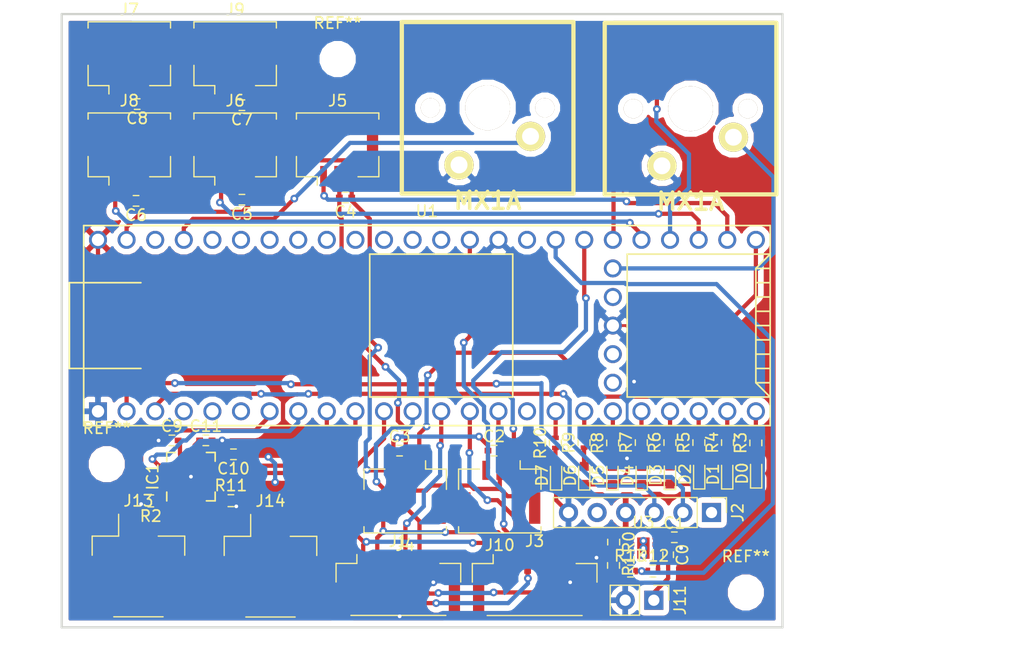
<source format=kicad_pcb>
(kicad_pcb (version 4) (host pcbnew 4.0.7)
  (title_block (title sm_board) (date 2017-04-08) (rev 1.0) (company "WPI Smartmouse Project") (comment 1 "Zachary Armsby"))
  (layers (0 F.Cu signal) (31 B.Cu signal) (34 B.Paste user) (35 F.Paste user) (36 B.SilkS user) (37 F.SilkS user) (38 B.Mask user) (39 F.Mask user) (44 Edge.Cuts user))
  (net 0 "")
  (net 1 GND)
  (net 2 +BATT)
  (net 3 +5V)
  (net 4 GNDA)
  (net 5 "Net-(D0-Pad2)")
  (net 6 "Net-(D1-Pad2)")
  (net 7 "Net-(D2-Pad2)")
  (net 8 "Net-(D3-Pad2)")
  (net 9 "Net-(D4-Pad2)")
  (net 10 "Net-(D5-Pad2)")
  (net 11 "Net-(D6-Pad2)")
  (net 12 "Net-(D7-Pad2)")
  (net 13 dist_a_0)
  (net 14 dist_a_1)
  (net 15 dist_a_2)
  (net 16 dist_a_3)
  (net 17 dist_a_4)
  (net 18 dist_a_5)
  (net 19 dist_a_6)
  (net 20 +3V3)
  (net 21 sda_imu)
  (net 22 scl_imu)
  (net 23 tx_imu)
  (net 24 rx_imu)
  (net 25 ex_imu)
  (net 26 "Net-(R0-Pad2)")
  (net 27 sw_1)
  (net 28 led_0)
  (net 29 led_1)
  (net 30 led_2)
  (net 31 led_3)
  (net 32 led_4)
  (net 33 led_5)
  (net 34 led_6)
  (net 35 led_7)
  (net 36 sw_0)
  (net 37 "Net-(U1-Pad16)")
  (net 38 m_b2)
  (net 39 m_b1)
  (net 40 m_a2)
  (net 41 m_a1)
  (net 42 "Net-(U1-Pad38)")
  (net 43 "Net-(U1-Pad41)")
  (net 44 "Net-(U1-Pad42)")
  (net 45 "Net-(U1-Pad43)")
  (net 46 "Net-(U1-Pad44)")
  (net 47 "Net-(U1-Pad45)")
  (net 48 "Net-(U1-Pad46)")
  (net 49 "Net-(U1-Pad47)")
  (net 50 "Net-(U1-Pad48)")
  (net 51 "Net-(U1-Pad49)")
  (net 52 "Net-(U1-Pad51)")
  (net 53 "Net-(U3-Pad7)")
  (net 54 "Net-(U3-Pad8)")
  (net 55 "Net-(U1-Pad25)")
  (net 56 "Net-(U1-Pad28)")
  (net 57 "Net-(C9-Pad2)")
  (net 58 "Net-(C10-Pad2)")
  (net 59 "Net-(C11-Pad1)")
  (net 60 "Net-(IC1-Pad1)")
  (net 61 m1b)
  (net 62 m2b)
  (net 63 "Net-(IC1-Pad4)")
  (net 64 m2a)
  (net 65 "Net-(IC1-Pad6)")
  (net 66 m1a)
  (net 67 "Net-(IC1-Pad15)")
  (net 68 MOSI)
  (net 69 MISO)
  (net 70 "Net-(J2-Pad1)")
  (net 71 CS1)
  (net 72 CS0)
  (net 73 SCK)
  (net 74 "Net-(J2-Pad5)")
  (net 75 BattCheck)
  (module tps82130:tps82130 (layer F.Cu) (at 114.14904 109.96468 180)
    (fp_text reference U3 (at 0 2.275 180) (layer F.SilkS))
    (fp_text value tps82130)
    (pad 1 smd rect (at -1.05 -0.975 180) (size 0.5 0.4) (layers F.Cu F.Paste F.Mask) (net 2 +BATT))
    (pad 2 smd rect (at -1.05 -0.325 180) (size 0.5 0.4) (layers F.Cu F.Paste F.Mask) (net 2 +BATT))
    (pad 3 smd rect (at -1.05 0.325 180) (size 0.5 0.4) (layers F.Cu F.Paste F.Mask) (net 1 GND))
    (pad 4 smd rect (at -1.05 0.975 180) (size 0.5 0.4) (layers F.Cu F.Paste F.Mask) (net 3 +5V))
    (pad 5 smd rect (at 1.05 0.975 180) (size 0.5 0.4) (layers F.Cu F.Paste F.Mask) (net 3 +5V))
    (pad 6 smd rect (at 1.05 0.325 180) (size 0.5 0.4) (layers F.Cu F.Paste F.Mask) (net 26 "Net-(R0-Pad2)"))
    (pad 7 smd rect (at 1.05 -0.325 180) (size 0.5 0.4) (layers F.Cu F.Paste F.Mask) (net 53 "Net-(U3-Pad7)"))
    (pad 8 smd rect (at 1.05 -0.975 180) (size 0.5 0.4) (layers F.Cu F.Paste F.Mask) (net 54 "Net-(U3-Pad8)"))
    (pad "" smd rect (at 0 0 180) (size 1.1 1.9) (layers F.Cu F.Paste F.Mask))
    (pad "" thru_hole circle (at 0 0 180) (size 0.6858 0.6858) (drill 0.3302) (layers *.Cu *.Mask))
    (pad "" thru_hole circle (at 0 0.65 180) (size 0.6858 0.6858) (drill 0.3302) (layers *.Cu *.Mask))
    (pad "" thru_hole circle (at 0 -0.65 180) (size 0.6858 0.6858) (drill 0.3302) (layers *.Cu *.Mask))
  )
  (module mx1a:MX1A (layer F.Cu) (at 118.3386 70.90664 180)
    (fp_text reference S0 hide)
    (fp_text value MX1A (at 0 -8.255 180) (layer F.SilkS) (effects (font (thickness 0.3048))))
    (pad 0 thru_hole circle (at 0 0 180) (size 3.98018 3.98018) (drill 3.98018) (layers *.Cu *.Mask F.SilkS))
    (pad 2 thru_hole circle (at 2.54 -5.08 180) (size 2.6 2.6) (drill 1.5011) (layers *.Cu *.Mask F.SilkS) (net 1 GND))
    (pad 1 thru_hole circle (at -3.81 -2.54 180) (size 2.6 2.6) (drill 1.5011) (layers *.Cu *.Mask F.SilkS) (net 36 sw_0))
    (pad "" thru_hole circle (at -5.08 0 180) (size 1.69926 1.69926) (drill 1.69926) (layers *.Cu *.Mask F.SilkS))
    (pad "" thru_hole circle (at 5.08 0 180) (size 1.69926 1.69926) (drill 1.69926) (layers *.Cu *.Mask F.SilkS))
  )
  (module mx1a:MX1A (layer F.Cu) (at 100.31984 70.83044 180)
    (fp_text reference S1 hide)
    (fp_text value MX1A (at 0 -8.255 180) (layer F.SilkS) (effects (font (thickness 0.3048))))
    (pad 0 thru_hole circle (at 0 0 180) (size 3.98018 3.98018) (drill 3.98018) (layers *.Cu *.Mask F.SilkS))
    (pad 2 thru_hole circle (at 2.54 -5.08 180) (size 2.6 2.6) (drill 1.5011) (layers *.Cu *.Mask F.SilkS) (net 1 GND))
    (pad 1 thru_hole circle (at -3.81 -2.54 180) (size 2.6 2.6) (drill 1.5011) (layers *.Cu *.Mask F.SilkS) (net 27 sw_1))
    (pad "" thru_hole circle (at -5.08 0 180) (size 1.69926 1.69926) (drill 1.69926) (layers *.Cu *.Mask F.SilkS))
    (pad "" thru_hole circle (at 5.08 0 180) (size 1.69926 1.69926) (drill 1.69926) (layers *.Cu *.Mask F.SilkS))
  )
  (module Connector_Molex:Molex_CLIK-Mate_502494-0270_1x02_P2.00mm_Horizontal (layer F.Cu) (at 69.31152 110.80496)
    (fp_text reference J13 (at 0 -5.05) (layer F.SilkS))
    (fp_text value Conn_01x02)
    (pad 1 smd rect (at -1 -2.5) (size 1 2.7) (layers F.Cu F.Paste F.Mask) (net 66 m1a))
    (pad 2 smd rect (at 1 -2.5) (size 1 2.7) (layers F.Cu F.Paste F.Mask) (net 61 m1b))
    (pad "" smd rect (at -3.35 1.95) (size 1.8 3.8) (layers F.Cu F.Paste F.Mask))
    (pad "" smd rect (at 3.35 1.95) (size 1.8 3.8) (layers F.Cu F.Paste F.Mask))
  )
  (module Connector_Molex:Molex_CLIK-Mate_502494-0270_1x02_P2.00mm_Horizontal (layer F.Cu) (at 81.03616 110.82528)
    (fp_text reference J14 (at 0 -5.05) (layer F.SilkS))
    (fp_text value Conn_01x02)
    (pad 1 smd rect (at -1 -2.5) (size 1 2.7) (layers F.Cu F.Paste F.Mask) (net 64 m2a))
    (pad 2 smd rect (at 1 -2.5) (size 1 2.7) (layers F.Cu F.Paste F.Mask) (net 62 m2b))
    (pad "" smd rect (at -3.35 1.95) (size 1.8 3.8) (layers F.Cu F.Paste F.Mask))
    (pad "" smd rect (at 3.35 1.95) (size 1.8 3.8) (layers F.Cu F.Paste F.Mask))
  )
  (module LEDs:LED_0603 (layer F.Cu) (at 124.16536 103.32212 90)
    (fp_text reference D0 (at 0 -1.25 90) (layer F.SilkS))
    (fp_text value LED)
    (pad 2 smd rect (at 0.8 0 270) (size 0.8 0.8) (layers F.Cu F.Paste F.Mask) (net 5 "Net-(D0-Pad2)"))
    (pad 1 smd rect (at -0.8 0 270) (size 0.8 0.8) (layers F.Cu F.Paste F.Mask) (net 1 GND))
  )
  (module LEDs:LED_0603 (layer F.Cu) (at 121.59488 103.40594 90)
    (fp_text reference D1 (at 0 -1.25 90) (layer F.SilkS))
    (fp_text value LED)
    (pad 2 smd rect (at 0.8 0 270) (size 0.8 0.8) (layers F.Cu F.Paste F.Mask) (net 6 "Net-(D1-Pad2)"))
    (pad 1 smd rect (at -0.8 0 270) (size 0.8 0.8) (layers F.Cu F.Paste F.Mask) (net 1 GND))
  )
  (module LEDs:LED_0603 (layer F.Cu) (at 119.10822 103.40594 90)
    (fp_text reference D2 (at 0 -1.25 90) (layer F.SilkS))
    (fp_text value LED)
    (pad 2 smd rect (at 0.8 0 270) (size 0.8 0.8) (layers F.Cu F.Paste F.Mask) (net 7 "Net-(D2-Pad2)"))
    (pad 1 smd rect (at -0.8 0 270) (size 0.8 0.8) (layers F.Cu F.Paste F.Mask) (net 1 GND))
  )
  (module LEDs:LED_0603 (layer F.Cu) (at 116.5098 103.46182 90)
    (fp_text reference D3 (at 0 -1.25 90) (layer F.SilkS))
    (fp_text value LED)
    (pad 2 smd rect (at 0.8 0 270) (size 0.8 0.8) (layers F.Cu F.Paste F.Mask) (net 8 "Net-(D3-Pad2)"))
    (pad 1 smd rect (at -0.8 0 270) (size 0.8 0.8) (layers F.Cu F.Paste F.Mask) (net 1 GND))
  )
  (module LEDs:LED_0603 (layer F.Cu) (at 114 103.5 90)
    (fp_text reference D4 (at 0 -1.25 90) (layer F.SilkS))
    (fp_text value LED)
    (pad 2 smd rect (at 0.8 0 270) (size 0.8 0.8) (layers F.Cu F.Paste F.Mask) (net 9 "Net-(D4-Pad2)"))
    (pad 1 smd rect (at -0.8 0 270) (size 0.8 0.8) (layers F.Cu F.Paste F.Mask) (net 1 GND))
  )
  (module LEDs:LED_0603 (layer F.Cu) (at 111.4 103.5 90)
    (fp_text reference D5 (at 0 -1.25 90) (layer F.SilkS))
    (fp_text value LED)
    (pad 2 smd rect (at 0.8 0 270) (size 0.8 0.8) (layers F.Cu F.Paste F.Mask) (net 10 "Net-(D5-Pad2)"))
    (pad 1 smd rect (at -0.8 0 270) (size 0.8 0.8) (layers F.Cu F.Paste F.Mask) (net 1 GND))
  )
  (module LEDs:LED_0603 (layer F.Cu) (at 108.9 103.5 90)
    (fp_text reference D6 (at 0 -1.25 90) (layer F.SilkS))
    (fp_text value LED)
    (pad 2 smd rect (at 0.8 0 270) (size 0.8 0.8) (layers F.Cu F.Paste F.Mask) (net 11 "Net-(D6-Pad2)"))
    (pad 1 smd rect (at -0.8 0 270) (size 0.8 0.8) (layers F.Cu F.Paste F.Mask) (net 1 GND))
  )
  (module LEDs:LED_0603 (layer F.Cu) (at 106.4 103.5 90)
    (fp_text reference D7 (at 0 -1.25 90) (layer F.SilkS))
    (fp_text value LED)
    (pad 2 smd rect (at 0.8 0 270) (size 0.8 0.8) (layers F.Cu F.Paste F.Mask) (net 12 "Net-(D7-Pad2)"))
    (pad 1 smd rect (at -0.8 0 270) (size 0.8 0.8) (layers F.Cu F.Paste F.Mask) (net 1 GND))
  )
  (module Connector_Molex:Molex_CLIK-Mate_502386-0670_1x06_P1.25mm_Horizontal (layer F.Cu) (at 92.39504 113.2332)
    (fp_text reference J1 (at 0 -3.9) (layer F.SilkS))
    (fp_text value Conn_01x06)
    (pad 1 smd rect (at -3.125 -1.85) (size 0.6 1.7) (layers F.Cu F.Paste F.Mask) (net 68 MOSI))
    (pad 2 smd rect (at -1.875 -1.85) (size 0.6 1.7) (layers F.Cu F.Paste F.Mask) (net 69 MISO))
    (pad 3 smd rect (at -0.625 -1.85) (size 0.6 1.7) (layers F.Cu F.Paste F.Mask) (net 73 SCK))
    (pad 4 smd rect (at 0.625 -1.85) (size 0.6 1.7) (layers F.Cu F.Paste F.Mask) (net 72 CS0))
    (pad 5 smd rect (at 1.875 -1.85) (size 0.6 1.7) (layers F.Cu F.Paste F.Mask) (net 20 +3V3))
    (pad 6 smd rect (at 3.125 -1.85) (size 0.6 1.7) (layers F.Cu F.Paste F.Mask) (net 1 GND))
    (pad "" smd rect (at -4.975 1.35) (size 1 2.7) (layers F.Cu F.Paste F.Mask))
    (pad "" smd rect (at 4.975 1.35) (size 1 2.7) (layers F.Cu F.Paste F.Mask))
  )
  (module Pin_Headers:Pin_Header_Straight_1x06_Pitch2.54mm (layer F.Cu) (at 120.2 106.8 270)
    (fp_text reference J2 (at 0 -2.33 270) (layer F.SilkS))
    (fp_text value Conn_01x06)
    (pad 1 thru_hole rect (at 0 0 270) (size 1.7 1.7) (drill 1) (layers *.Cu *.Mask) (net 70 "Net-(J2-Pad1)"))
    (pad 2 thru_hole oval (at 0 2.54 270) (size 1.7 1.7) (drill 1) (layers *.Cu *.Mask) (net 23 tx_imu))
    (pad 3 thru_hole oval (at 0 5.08 270) (size 1.7 1.7) (drill 1) (layers *.Cu *.Mask) (net 24 rx_imu))
    (pad 4 thru_hole oval (at 0 7.62 270) (size 1.7 1.7) (drill 1) (layers *.Cu *.Mask) (net 3 +5V))
    (pad 5 thru_hole oval (at 0 10.16 270) (size 1.7 1.7) (drill 1) (layers *.Cu *.Mask) (net 74 "Net-(J2-Pad5)"))
    (pad 6 thru_hole oval (at 0 12.7 270) (size 1.7 1.7) (drill 1) (layers *.Cu *.Mask) (net 1 GND))
  )
  (module Connector_Molex:Molex_CLIK-Mate_502386-0670_1x06_P1.25mm_Horizontal (layer F.Cu) (at 104.4956 113.24336)
    (fp_text reference J3 (at 0 -3.9) (layer F.SilkS))
    (fp_text value Conn_01x06)
    (pad 1 smd rect (at -3.125 -1.85) (size 0.6 1.7) (layers F.Cu F.Paste F.Mask) (net 68 MOSI))
    (pad 2 smd rect (at -1.875 -1.85) (size 0.6 1.7) (layers F.Cu F.Paste F.Mask) (net 69 MISO))
    (pad 3 smd rect (at -0.625 -1.85) (size 0.6 1.7) (layers F.Cu F.Paste F.Mask) (net 73 SCK))
    (pad 4 smd rect (at 0.625 -1.85) (size 0.6 1.7) (layers F.Cu F.Paste F.Mask) (net 71 CS1))
    (pad 5 smd rect (at 1.875 -1.85) (size 0.6 1.7) (layers F.Cu F.Paste F.Mask) (net 20 +3V3))
    (pad 6 smd rect (at 3.125 -1.85) (size 0.6 1.7) (layers F.Cu F.Paste F.Mask) (net 1 GND))
    (pad "" smd rect (at -4.975 1.35) (size 1 2.7) (layers F.Cu F.Paste F.Mask))
    (pad "" smd rect (at 4.975 1.35) (size 1 2.7) (layers F.Cu F.Paste F.Mask))
  )
  (module Pin_Headers:Pin_Header_Straight_1x02_Pitch2.54mm (layer F.Cu) (at 115.07724 114.59464 270)
    (fp_text reference J11 (at 0 -2.33 270) (layer F.SilkS))
    (fp_text value CONN_01X02)
    (pad 1 thru_hole rect (at 0 0 270) (size 1.7 1.7) (drill 1) (layers *.Cu *.Mask) (net 2 +BATT))
    (pad 2 thru_hole oval (at 0 2.54 270) (size 1.7 1.7) (drill 1) (layers *.Cu *.Mask) (net 1 GND))
  )
  (module Housings_DFN_QFN:WQFN-16-1EP_4x4mm_Pitch0.65mm (layer F.Cu) (at 73.97496 103.61168 90)
    (fp_text reference IC1 (at 0 -3.4 90) (layer F.SilkS))
    (fp_text value DRV8833RTYT)
    (pad 1 smd rect (at -1.9875 -0.975 90) (size 0.825 0.35) (layers F.Cu F.Paste F.Mask) (net 60 "Net-(IC1-Pad1)"))
    (pad 1 smd circle (at -1.575 -0.975 90) (size 0.35 0.35) (layers F.Cu F.Paste F.Mask) (net 60 "Net-(IC1-Pad1)"))
    (pad 2 smd rect (at -1.9875 -0.325 90) (size 0.825 0.35) (layers F.Cu F.Paste F.Mask) (net 61 m1b))
    (pad 2 smd circle (at -1.575 -0.325 90) (size 0.35 0.35) (layers F.Cu F.Paste F.Mask) (net 61 m1b))
    (pad 3 smd rect (at -1.9875 0.325 90) (size 0.825 0.35) (layers F.Cu F.Paste F.Mask) (net 62 m2b))
    (pad 3 smd circle (at -1.575 0.325 90) (size 0.35 0.35) (layers F.Cu F.Paste F.Mask) (net 62 m2b))
    (pad 4 smd rect (at -1.9875 0.975 90) (size 0.825 0.35) (layers F.Cu F.Paste F.Mask) (net 63 "Net-(IC1-Pad4)"))
    (pad 4 smd circle (at -1.575 0.975 90) (size 0.35 0.35) (layers F.Cu F.Paste F.Mask) (net 63 "Net-(IC1-Pad4)"))
    (pad 5 smd rect (at -0.975 1.9875 180) (size 0.825 0.35) (layers F.Cu F.Paste F.Mask) (net 64 m2a))
    (pad 5 smd circle (at -0.975 1.575 180) (size 0.35 0.35) (layers F.Cu F.Paste F.Mask) (net 64 m2a))
    (pad 6 smd rect (at -0.325 1.9875 180) (size 0.825 0.35) (layers F.Cu F.Paste F.Mask) (net 65 "Net-(IC1-Pad6)"))
    (pad 6 smd circle (at -0.325 1.575 180) (size 0.35 0.35) (layers F.Cu F.Paste F.Mask) (net 65 "Net-(IC1-Pad6)"))
    (pad 7 smd rect (at 0.325 1.9875 180) (size 0.825 0.35) (layers F.Cu F.Paste F.Mask) (net 39 m_b1))
    (pad 7 smd circle (at 0.325 1.575 180) (size 0.35 0.35) (layers F.Cu F.Paste F.Mask) (net 39 m_b1))
    (pad 8 smd rect (at 0.975 1.9875 180) (size 0.825 0.35) (layers F.Cu F.Paste F.Mask) (net 38 m_b2))
    (pad 8 smd circle (at 0.975 1.575 180) (size 0.35 0.35) (layers F.Cu F.Paste F.Mask) (net 38 m_b2))
    (pad 9 smd rect (at 1.9875 0.975 90) (size 0.825 0.35) (layers F.Cu F.Paste F.Mask) (net 58 "Net-(C10-Pad2)"))
    (pad 9 smd circle (at 1.575 0.975 90) (size 0.35 0.35) (layers F.Cu F.Paste F.Mask) (net 58 "Net-(C10-Pad2)"))
    (pad 10 smd rect (at 1.9875 0.325 90) (size 0.825 0.35) (layers F.Cu F.Paste F.Mask) (net 59 "Net-(C11-Pad1)"))
    (pad 10 smd circle (at 1.575 0.325 90) (size 0.35 0.35) (layers F.Cu F.Paste F.Mask) (net 59 "Net-(C11-Pad1)"))
    (pad 11 smd rect (at 1.9875 -0.325 90) (size 0.825 0.35) (layers F.Cu F.Paste F.Mask) (net 1 GND))
    (pad 11 smd circle (at 1.575 -0.325 90) (size 0.35 0.35) (layers F.Cu F.Paste F.Mask) (net 1 GND))
    (pad 12 smd rect (at 1.9875 -0.975 90) (size 0.825 0.35) (layers F.Cu F.Paste F.Mask) (net 57 "Net-(C9-Pad2)"))
    (pad 12 smd circle (at 1.575 -0.975 90) (size 0.35 0.35) (layers F.Cu F.Paste F.Mask) (net 57 "Net-(C9-Pad2)"))
    (pad 13 smd rect (at 0.975 -1.9875 180) (size 0.825 0.35) (layers F.Cu F.Paste F.Mask) (net 40 m_a2))
    (pad 13 smd circle (at 0.975 -1.575 180) (size 0.35 0.35) (layers F.Cu F.Paste F.Mask) (net 40 m_a2))
    (pad 14 smd rect (at 0.325 -1.9875 180) (size 0.825 0.35) (layers F.Cu F.Paste F.Mask) (net 41 m_a1))
    (pad 14 smd circle (at 0.325 -1.575 180) (size 0.35 0.35) (layers F.Cu F.Paste F.Mask) (net 41 m_a1))
    (pad 15 smd rect (at -0.325 -1.9875 180) (size 0.825 0.35) (layers F.Cu F.Paste F.Mask) (net 67 "Net-(IC1-Pad15)"))
    (pad 15 smd circle (at -0.325 -1.575 180) (size 0.35 0.35) (layers F.Cu F.Paste F.Mask) (net 67 "Net-(IC1-Pad15)"))
    (pad 16 smd rect (at -0.975 -1.9875 180) (size 0.825 0.35) (layers F.Cu F.Paste F.Mask) (net 66 m1a))
    (pad 16 smd circle (at -0.975 -1.575 180) (size 0.35 0.35) (layers F.Cu F.Paste F.Mask) (net 66 m1a))
    (pad 17 smd rect (at 0 0 90) (size 2.1 2.1) (layers F.Cu F.Paste F.Mask) (net 1 GND))
  )
  (module Capacitors_SMD:C_0402 (layer F.Cu) (at 116.35 110.55 270)
    (fp_text reference C0 (at 0 -1.27 270) (layer F.SilkS))
    (fp_text value C10uF)
    (pad 1 smd rect (at -0.55 0 270) (size 0.6 0.5) (layers F.Cu F.Paste F.Mask) (net 1 GND))
    (pad 2 smd rect (at 0.55 0 270) (size 0.6 0.5) (layers F.Cu F.Paste F.Mask) (net 2 +BATT))
  )
  (module Capacitors_SMD:C_0402 (layer F.Cu) (at 116.9 109)
    (fp_text reference C1 (at 0 -1.27) (layer F.SilkS))
    (fp_text value C10uF)
    (pad 1 smd rect (at -0.55 0) (size 0.6 0.5) (layers F.Cu F.Paste F.Mask) (net 3 +5V))
    (pad 2 smd rect (at 0.55 0) (size 0.6 0.5) (layers F.Cu F.Paste F.Mask) (net 1 GND))
  )
  (module Capacitors_SMD:C_0402 (layer F.Cu) (at 100.9 101.3)
    (fp_text reference C2 (at 0 -1.27) (layer F.SilkS))
    (fp_text value C10uF)
    (pad 1 smd rect (at -0.55 0) (size 0.6 0.5) (layers F.Cu F.Paste F.Mask) (net 4 GNDA))
    (pad 2 smd rect (at 0.55 0) (size 0.6 0.5) (layers F.Cu F.Paste F.Mask) (net 20 +3V3))
  )
  (module Capacitors_SMD:C_0402 (layer F.Cu) (at 92.5 101.3)
    (fp_text reference C3 (at 0 -1.27) (layer F.SilkS))
    (fp_text value C10uF)
    (pad 1 smd rect (at -0.55 0) (size 0.6 0.5) (layers F.Cu F.Paste F.Mask) (net 4 GNDA))
    (pad 2 smd rect (at 0.55 0) (size 0.6 0.5) (layers F.Cu F.Paste F.Mask) (net 20 +3V3))
  )
  (module Capacitors_SMD:C_0402 (layer F.Cu) (at 87.7 78.8 180)
    (fp_text reference C4 (at 0 -1.27 180) (layer F.SilkS))
    (fp_text value C10uF)
    (pad 1 smd rect (at -0.55 0 180) (size 0.6 0.5) (layers F.Cu F.Paste F.Mask) (net 4 GNDA))
    (pad 2 smd rect (at 0.55 0 180) (size 0.6 0.5) (layers F.Cu F.Paste F.Mask) (net 20 +3V3))
  )
  (module Capacitors_SMD:C_0402 (layer F.Cu) (at 78.5 79 180)
    (fp_text reference C5 (at 0 -1.27 180) (layer F.SilkS))
    (fp_text value C10uF)
    (pad 1 smd rect (at -0.55 0 180) (size 0.6 0.5) (layers F.Cu F.Paste F.Mask) (net 4 GNDA))
    (pad 2 smd rect (at 0.55 0 180) (size 0.6 0.5) (layers F.Cu F.Paste F.Mask) (net 20 +3V3))
  )
  (module Capacitors_SMD:C_0402 (layer F.Cu) (at 69.1 79.1 180)
    (fp_text reference C6 (at 0 -1.27 180) (layer F.SilkS))
    (fp_text value C10uF)
    (pad 1 smd rect (at -0.55 0 180) (size 0.6 0.5) (layers F.Cu F.Paste F.Mask) (net 4 GNDA))
    (pad 2 smd rect (at 0.55 0 180) (size 0.6 0.5) (layers F.Cu F.Paste F.Mask) (net 20 +3V3))
  )
  (module Capacitors_SMD:C_0402 (layer F.Cu) (at 78.5 70.6 180)
    (fp_text reference C7 (at 0 -1.27 180) (layer F.SilkS))
    (fp_text value C10uF)
    (pad 1 smd rect (at -0.55 0 180) (size 0.6 0.5) (layers F.Cu F.Paste F.Mask) (net 4 GNDA))
    (pad 2 smd rect (at 0.55 0 180) (size 0.6 0.5) (layers F.Cu F.Paste F.Mask) (net 20 +3V3))
  )
  (module Capacitors_SMD:C_0402 (layer F.Cu) (at 69.2 70.5 180)
    (fp_text reference C8 (at 0 -1.27 180) (layer F.SilkS))
    (fp_text value C10uF)
    (pad 1 smd rect (at -0.55 0 180) (size 0.6 0.5) (layers F.Cu F.Paste F.Mask) (net 4 GNDA))
    (pad 2 smd rect (at 0.55 0 180) (size 0.6 0.5) (layers F.Cu F.Paste F.Mask) (net 20 +3V3))
  )
  (module Capacitors_SMD:C_0402 (layer F.Cu) (at 72.28332 100.39096)
    (fp_text reference C9 (at 0 -1.27) (layer F.SilkS))
    (fp_text value 2.2uC)
    (pad 1 smd rect (at -0.55 0) (size 0.6 0.5) (layers F.Cu F.Paste F.Mask) (net 1 GND))
    (pad 2 smd rect (at 0.55 0) (size 0.6 0.5) (layers F.Cu F.Paste F.Mask) (net 57 "Net-(C9-Pad2)"))
  )
  (module Capacitors_SMD:C_0402 (layer F.Cu) (at 77.7494 101.6254 180)
    (fp_text reference C10 (at 0 -1.27 180) (layer F.SilkS))
    (fp_text value 0.01uC)
    (pad 1 smd rect (at -0.55 0 180) (size 0.6 0.5) (layers F.Cu F.Paste F.Mask) (net 3 +5V))
    (pad 2 smd rect (at 0.55 0 180) (size 0.6 0.5) (layers F.Cu F.Paste F.Mask) (net 58 "Net-(C10-Pad2)"))
  )
  (module Capacitors_SMD:C_0402 (layer F.Cu) (at 75.29576 100.38588)
    (fp_text reference C11 (at 0 -1.27) (layer F.SilkS))
    (fp_text value 10uC)
    (pad 1 smd rect (at -0.55 0) (size 0.6 0.5) (layers F.Cu F.Paste F.Mask) (net 59 "Net-(C11-Pad1)"))
    (pad 2 smd rect (at 0.55 0) (size 0.6 0.5) (layers F.Cu F.Paste F.Mask) (net 1 GND))
  )
  (module Resistors_SMD:R_0402 (layer F.Cu) (at 111.51252 109.4262 270)
    (fp_text reference R0 (at 0 -1.35 270) (layer F.SilkS))
    (fp_text value R78.7K)
    (pad 1 smd rect (at -0.45 0 270) (size 0.4 0.6) (layers F.Cu F.Paste F.Mask) (net 3 +5V))
    (pad 2 smd rect (at 0.45 0 270) (size 0.4 0.6) (layers F.Cu F.Paste F.Mask) (net 26 "Net-(R0-Pad2)"))
  )
  (module Resistors_SMD:R_0402 (layer F.Cu) (at 111.5 111.5 270)
    (fp_text reference R1 (at 0 -1.35 270) (layer F.SilkS))
    (fp_text value R15K)
    (pad 1 smd rect (at -0.45 0 270) (size 0.4 0.6) (layers F.Cu F.Paste F.Mask) (net 26 "Net-(R0-Pad2)"))
    (pad 2 smd rect (at 0.45 0 270) (size 0.4 0.6) (layers F.Cu F.Paste F.Mask) (net 1 GND))
  )
  (module Resistors_SMD:R_0402 (layer F.Cu) (at 70.4088 105.7656 180)
    (fp_text reference R2 (at 0 -1.35 180) (layer F.SilkS))
    (fp_text value R)
    (pad 1 smd rect (at -0.45 0 180) (size 0.4 0.6) (layers F.Cu F.Paste F.Mask) (net 60 "Net-(IC1-Pad1)"))
    (pad 2 smd rect (at 0.45 0 180) (size 0.4 0.6) (layers F.Cu F.Paste F.Mask) (net 1 GND))
  )
  (module Resistors_SMD:R_0402 (layer F.Cu) (at 124.13742 100.61194 90)
    (fp_text reference R3 (at 0 -1.35 90) (layer F.SilkS))
    (fp_text value R150)
    (pad 1 smd rect (at -0.45 0 90) (size 0.4 0.6) (layers F.Cu F.Paste F.Mask) (net 5 "Net-(D0-Pad2)"))
    (pad 2 smd rect (at 0.45 0 90) (size 0.4 0.6) (layers F.Cu F.Paste F.Mask) (net 28 led_0))
  )
  (module Resistors_SMD:R_0402 (layer F.Cu) (at 121.62282 100.584 90)
    (fp_text reference R4 (at 0 -1.35 90) (layer F.SilkS))
    (fp_text value R150)
    (pad 1 smd rect (at -0.45 0 90) (size 0.4 0.6) (layers F.Cu F.Paste F.Mask) (net 6 "Net-(D1-Pad2)"))
    (pad 2 smd rect (at 0.45 0 90) (size 0.4 0.6) (layers F.Cu F.Paste F.Mask) (net 29 led_1))
  )
  (module Resistors_SMD:R_0402 (layer F.Cu) (at 119.08028 100.584 90)
    (fp_text reference R5 (at 0 -1.35 90) (layer F.SilkS))
    (fp_text value R150)
    (pad 1 smd rect (at -0.45 0 90) (size 0.4 0.6) (layers F.Cu F.Paste F.Mask) (net 7 "Net-(D2-Pad2)"))
    (pad 2 smd rect (at 0.45 0 90) (size 0.4 0.6) (layers F.Cu F.Paste F.Mask) (net 30 led_2))
  )
  (module Resistors_SMD:R_0402 (layer F.Cu) (at 116.5098 100.584 90)
    (fp_text reference R6 (at 0 -1.35 90) (layer F.SilkS))
    (fp_text value R150)
    (pad 1 smd rect (at -0.45 0 90) (size 0.4 0.6) (layers F.Cu F.Paste F.Mask) (net 8 "Net-(D3-Pad2)"))
    (pad 2 smd rect (at 0.45 0 90) (size 0.4 0.6) (layers F.Cu F.Paste F.Mask) (net 31 led_3))
  )
  (module Resistors_SMD:R_0402 (layer F.Cu) (at 113.96726 100.584 90)
    (fp_text reference R7 (at 0 -1.35 90) (layer F.SilkS))
    (fp_text value R150)
    (pad 1 smd rect (at -0.45 0 90) (size 0.4 0.6) (layers F.Cu F.Paste F.Mask) (net 9 "Net-(D4-Pad2)"))
    (pad 2 smd rect (at 0.45 0 90) (size 0.4 0.6) (layers F.Cu F.Paste F.Mask) (net 32 led_4))
  )
  (module Resistors_SMD:R_0402 (layer F.Cu) (at 111.42472 100.61194 90)
    (fp_text reference R8 (at 0 -1.35 90) (layer F.SilkS))
    (fp_text value R150)
    (pad 1 smd rect (at -0.45 0 90) (size 0.4 0.6) (layers F.Cu F.Paste F.Mask) (net 10 "Net-(D5-Pad2)"))
    (pad 2 smd rect (at 0.45 0 90) (size 0.4 0.6) (layers F.Cu F.Paste F.Mask) (net 33 led_5))
  )
  (module Resistors_SMD:R_0402 (layer F.Cu) (at 108.88218 100.584 90)
    (fp_text reference R9 (at 0 -1.35 90) (layer F.SilkS))
    (fp_text value R150)
    (pad 1 smd rect (at -0.45 0 90) (size 0.4 0.6) (layers F.Cu F.Paste F.Mask) (net 11 "Net-(D6-Pad2)"))
    (pad 2 smd rect (at 0.45 0 90) (size 0.4 0.6) (layers F.Cu F.Paste F.Mask) (net 34 led_6))
  )
  (module Resistors_SMD:R_0402 (layer F.Cu) (at 106.33964 100.61194 90)
    (fp_text reference R10 (at 0 -1.35 90) (layer F.SilkS))
    (fp_text value R150)
    (pad 1 smd rect (at -0.45 0 90) (size 0.4 0.6) (layers F.Cu F.Paste F.Mask) (net 12 "Net-(D7-Pad2)"))
    (pad 2 smd rect (at 0.45 0 90) (size 0.4 0.6) (layers F.Cu F.Paste F.Mask) (net 35 led_7))
  )
  (module Resistors_SMD:R_0402 (layer F.Cu) (at 77.5208 105.74528)
    (fp_text reference R11 (at 0 -1.35) (layer F.SilkS))
    (fp_text value R)
    (pad 1 smd rect (at -0.45 0) (size 0.4 0.6) (layers F.Cu F.Paste F.Mask) (net 63 "Net-(IC1-Pad4)"))
    (pad 2 smd rect (at 0.45 0) (size 0.4 0.6) (layers F.Cu F.Paste F.Mask) (net 1 GND))
  )
  (module Teensy2:Teensy35_36_custom (layer F.Cu) (at 94.92996 90.18524)
    (fp_text reference U1 (at 0 -10.16) (layer F.SilkS))
    (fp_text value Teensy3.6)
    (pad 17 thru_hole circle (at 11.43 7.62) (size 1.6 1.6) (drill 1.1) (layers *.Cu *.Mask) (net 35 led_7))
    (pad 18 thru_hole circle (at 13.97 7.62) (size 1.6 1.6) (drill 1.1) (layers *.Cu *.Mask) (net 34 led_6))
    (pad 19 thru_hole circle (at 16.51 7.62) (size 1.6 1.6) (drill 1.1) (layers *.Cu *.Mask) (net 33 led_5))
    (pad 20 thru_hole circle (at 19.05 7.62) (size 1.6 1.6) (drill 1.1) (layers *.Cu *.Mask) (net 32 led_4))
    (pad 16 thru_hole circle (at 8.89 7.62) (size 1.6 1.6) (drill 1.1) (layers *.Cu *.Mask) (net 37 "Net-(U1-Pad16)"))
    (pad 15 thru_hole circle (at 6.35 7.62) (size 1.6 1.6) (drill 1.1) (layers *.Cu *.Mask) (net 20 +3V3))
    (pad 14 thru_hole circle (at 3.81 7.62) (size 1.6 1.6) (drill 1.1) (layers *.Cu *.Mask) (net 71 CS1))
    (pad 21 thru_hole circle (at 21.59 7.62) (size 1.6 1.6) (drill 1.1) (layers *.Cu *.Mask) (net 31 led_3))
    (pad 22 thru_hole circle (at 24.13 7.62) (size 1.6 1.6) (drill 1.1) (layers *.Cu *.Mask) (net 30 led_2))
    (pad 23 thru_hole circle (at 26.67 7.62) (size 1.6 1.6) (drill 1.1) (layers *.Cu *.Mask) (net 29 led_1))
    (pad 24 thru_hole circle (at 29.21 7.62) (size 1.6 1.6) (drill 1.1) (layers *.Cu *.Mask) (net 28 led_0))
    (pad 25 thru_hole circle (at 16.51 5.08) (size 1.6 1.6) (drill 1.1) (layers *.Cu *.Mask) (net 55 "Net-(U1-Pad25)"))
    (pad 26 thru_hole circle (at 16.51 2.54) (size 1.6 1.6) (drill 1.1) (layers *.Cu *.Mask) (net 20 +3V3))
    (pad 27 thru_hole circle (at 16.51 0) (size 1.6 1.6) (drill 1.1) (layers *.Cu *.Mask) (net 1 GND))
    (pad 28 thru_hole circle (at 16.51 -2.54) (size 1.6 1.6) (drill 1.1) (layers *.Cu *.Mask) (net 56 "Net-(U1-Pad28)"))
    (pad 29 thru_hole circle (at 16.51 -5.08) (size 1.6 1.6) (drill 1.1) (layers *.Cu *.Mask) (net 36 sw_0))
    (pad 30 thru_hole circle (at 29.21 -7.62) (size 1.6 1.6) (drill 1.1) (layers *.Cu *.Mask) (net 13 dist_a_0))
    (pad 31 thru_hole circle (at 26.67 -7.62) (size 1.6 1.6) (drill 1.1) (layers *.Cu *.Mask) (net 14 dist_a_1))
    (pad 32 thru_hole circle (at 24.13 -7.62) (size 1.6 1.6) (drill 1.1) (layers *.Cu *.Mask) (net 15 dist_a_2))
    (pad 33 thru_hole circle (at 21.59 -7.62) (size 1.6 1.6) (drill 1.1) (layers *.Cu *.Mask) (net 16 dist_a_3))
    (pad 34 thru_hole circle (at 19.05 -7.62) (size 1.6 1.6) (drill 1.1) (layers *.Cu *.Mask) (net 17 dist_a_4))
    (pad 35 thru_hole circle (at 16.51 -7.62) (size 1.6 1.6) (drill 1.1) (layers *.Cu *.Mask) (net 18 dist_a_5))
    (pad 36 thru_hole circle (at 13.97 -7.62) (size 1.6 1.6) (drill 1.1) (layers *.Cu *.Mask) (net 19 dist_a_6))
    (pad 37 thru_hole circle (at 11.43 -7.62) (size 1.6 1.6) (drill 1.1) (layers *.Cu *.Mask) (net 75 BattCheck))
    (pad 13 thru_hole circle (at 1.27 7.62) (size 1.6 1.6) (drill 1.1) (layers *.Cu *.Mask) (net 72 CS0))
    (pad 12 thru_hole circle (at -1.27 7.62) (size 1.6 1.6) (drill 1.1) (layers *.Cu *.Mask) (net 69 MISO))
    (pad 11 thru_hole circle (at -3.81 7.62) (size 1.6 1.6) (drill 1.1) (layers *.Cu *.Mask) (net 68 MOSI))
    (pad 10 thru_hole circle (at -6.35 7.62) (size 1.6 1.6) (drill 1.1) (layers *.Cu *.Mask) (net 39 m_b1))
    (pad 9 thru_hole circle (at -8.89 7.62) (size 1.6 1.6) (drill 1.1) (layers *.Cu *.Mask) (net 38 m_b2))
    (pad 8 thru_hole circle (at -11.43 7.62) (size 1.6 1.6) (drill 1.1) (layers *.Cu *.Mask) (net 40 m_a2))
    (pad 7 thru_hole circle (at -13.97 7.62) (size 1.6 1.6) (drill 1.1) (layers *.Cu *.Mask) (net 41 m_a1))
    (pad 6 thru_hole circle (at -16.51 7.62) (size 1.6 1.6) (drill 1.1) (layers *.Cu *.Mask) (net 21 sda_imu))
    (pad 5 thru_hole circle (at -19.05 7.62) (size 1.6 1.6) (drill 1.1) (layers *.Cu *.Mask) (net 22 scl_imu))
    (pad 4 thru_hole circle (at -21.59 7.62) (size 1.6 1.6) (drill 1.1) (layers *.Cu *.Mask) (net 25 ex_imu))
    (pad 3 thru_hole circle (at -24.13 7.62) (size 1.6 1.6) (drill 1.1) (layers *.Cu *.Mask) (net 23 tx_imu))
    (pad 2 thru_hole circle (at -26.67 7.62) (size 1.6 1.6) (drill 1.1) (layers *.Cu *.Mask) (net 24 rx_imu))
    (pad 1 thru_hole rect (at -29.21 7.62) (size 1.6 1.6) (drill 1.1) (layers *.Cu *.Mask) (net 1 GND))
    (pad 38 thru_hole circle (at 8.89 -7.62) (size 1.6 1.6) (drill 1.1) (layers *.Cu *.Mask) (net 42 "Net-(U1-Pad38)"))
    (pad 39 thru_hole circle (at 6.35 -7.62) (size 1.6 1.6) (drill 1.1) (layers *.Cu *.Mask) (net 1 GND))
    (pad 40 thru_hole circle (at 3.81 -7.62) (size 1.6 1.6) (drill 1.1) (layers *.Cu *.Mask) (net 73 SCK))
    (pad 41 thru_hole circle (at 1.27 -7.62) (size 1.6 1.6) (drill 1.1) (layers *.Cu *.Mask) (net 43 "Net-(U1-Pad41)"))
    (pad 42 thru_hole circle (at -1.27 -7.62) (size 1.6 1.6) (drill 1.1) (layers *.Cu *.Mask) (net 44 "Net-(U1-Pad42)"))
    (pad 43 thru_hole circle (at -3.81 -7.62) (size 1.6 1.6) (drill 1.1) (layers *.Cu *.Mask) (net 45 "Net-(U1-Pad43)"))
    (pad 44 thru_hole circle (at -6.35 -7.62) (size 1.6 1.6) (drill 1.1) (layers *.Cu *.Mask) (net 46 "Net-(U1-Pad44)"))
    (pad 45 thru_hole circle (at -8.89 -7.62) (size 1.6 1.6) (drill 1.1) (layers *.Cu *.Mask) (net 47 "Net-(U1-Pad45)"))
    (pad 46 thru_hole circle (at -11.43 -7.62) (size 1.6 1.6) (drill 1.1) (layers *.Cu *.Mask) (net 48 "Net-(U1-Pad46)"))
    (pad 47 thru_hole circle (at -13.97 -7.62) (size 1.6 1.6) (drill 1.1) (layers *.Cu *.Mask) (net 49 "Net-(U1-Pad47)"))
    (pad 48 thru_hole circle (at -16.51 -7.62) (size 1.6 1.6) (drill 1.1) (layers *.Cu *.Mask) (net 50 "Net-(U1-Pad48)"))
    (pad 49 thru_hole circle (at -19.05 -7.62) (size 1.6 1.6) (drill 1.1) (layers *.Cu *.Mask) (net 51 "Net-(U1-Pad49)"))
    (pad 50 thru_hole circle (at -21.59 -7.62) (size 1.6 1.6) (drill 1.1) (layers *.Cu *.Mask) (net 27 sw_1))
    (pad 51 thru_hole circle (at -24.13 -7.62) (size 1.6 1.6) (drill 1.1) (layers *.Cu *.Mask) (net 52 "Net-(U1-Pad51)"))
    (pad 52 thru_hole circle (at -26.67 -7.62) (size 1.6 1.6) (drill 1.1) (layers *.Cu *.Mask) (net 4 GNDA))
    (pad 53 thru_hole circle (at -29.21 -7.62) (size 1.6 1.6) (drill 1.1) (layers *.Cu *.Mask) (net 3 +5V))
  )
  (module Connector_Molex:Molex_CLIK-Mate_502382-0370_1x03_P1.25mm_Vertical (layer F.Cu) (at 93 105 180)
    (fp_text reference J4 (at 0 -4.7 180) (layer F.SilkS))
    (fp_text value Conn_01x03)
    (pad 1 smd rect (at -1.25 1.95 180) (size 0.6 1.7) (layers F.Cu F.Paste F.Mask) (net 13 dist_a_0))
    (pad 2 smd rect (at 0 1.95 180) (size 0.6 1.7) (layers F.Cu F.Paste F.Mask) (net 20 +3V3))
    (pad 3 smd rect (at 1.25 1.95 180) (size 0.6 1.7) (layers F.Cu F.Paste F.Mask) (net 4 GNDA))
    (pad "" smd rect (at -3.1 -1.4 180) (size 1 2.8) (layers F.Cu F.Paste F.Mask))
    (pad "" smd rect (at 3.1 -1.4 180) (size 1 2.8) (layers F.Cu F.Paste F.Mask))
  )
  (module Connector_Molex:Molex_CLIK-Mate_502382-0370_1x03_P1.25mm_Vertical (layer F.Cu) (at 87 74.9)
    (fp_text reference J5 (at 0 -4.7) (layer F.SilkS))
    (fp_text value Conn_01x03)
    (pad 1 smd rect (at -1.25 1.95) (size 0.6 1.7) (layers F.Cu F.Paste F.Mask) (net 14 dist_a_1))
    (pad 2 smd rect (at 0 1.95) (size 0.6 1.7) (layers F.Cu F.Paste F.Mask) (net 20 +3V3))
    (pad 3 smd rect (at 1.25 1.95) (size 0.6 1.7) (layers F.Cu F.Paste F.Mask) (net 4 GNDA))
    (pad "" smd rect (at -3.1 -1.4) (size 1 2.8) (layers F.Cu F.Paste F.Mask))
    (pad "" smd rect (at 3.1 -1.4) (size 1 2.8) (layers F.Cu F.Paste F.Mask))
  )
  (module Connector_Molex:Molex_CLIK-Mate_502382-0370_1x03_P1.25mm_Vertical (layer F.Cu) (at 77.9 74.9)
    (fp_text reference J6 (at 0 -4.7) (layer F.SilkS))
    (fp_text value Conn_01x03)
    (pad 1 smd rect (at -1.25 1.95) (size 0.6 1.7) (layers F.Cu F.Paste F.Mask) (net 15 dist_a_2))
    (pad 2 smd rect (at 0 1.95) (size 0.6 1.7) (layers F.Cu F.Paste F.Mask) (net 20 +3V3))
    (pad 3 smd rect (at 1.25 1.95) (size 0.6 1.7) (layers F.Cu F.Paste F.Mask) (net 4 GNDA))
    (pad "" smd rect (at -3.1 -1.4) (size 1 2.8) (layers F.Cu F.Paste F.Mask))
    (pad "" smd rect (at 3.1 -1.4) (size 1 2.8) (layers F.Cu F.Paste F.Mask))
  )
  (module Connector_Molex:Molex_CLIK-Mate_502382-0370_1x03_P1.25mm_Vertical (layer F.Cu) (at 68.5 66.8)
    (fp_text reference J7 (at 0 -4.7) (layer F.SilkS))
    (fp_text value Conn_01x03)
    (pad 1 smd rect (at -1.25 1.95) (size 0.6 1.7) (layers F.Cu F.Paste F.Mask) (net 16 dist_a_3))
    (pad 2 smd rect (at 0 1.95) (size 0.6 1.7) (layers F.Cu F.Paste F.Mask) (net 20 +3V3))
    (pad 3 smd rect (at 1.25 1.95) (size 0.6 1.7) (layers F.Cu F.Paste F.Mask) (net 4 GNDA))
    (pad "" smd rect (at -3.1 -1.4) (size 1 2.8) (layers F.Cu F.Paste F.Mask))
    (pad "" smd rect (at 3.1 -1.4) (size 1 2.8) (layers F.Cu F.Paste F.Mask))
  )
  (module Connector_Molex:Molex_CLIK-Mate_502382-0370_1x03_P1.25mm_Vertical (layer F.Cu) (at 68.5 74.9)
    (fp_text reference J8 (at 0 -4.7) (layer F.SilkS))
    (fp_text value Conn_01x03)
    (pad 1 smd rect (at -1.25 1.95) (size 0.6 1.7) (layers F.Cu F.Paste F.Mask) (net 17 dist_a_4))
    (pad 2 smd rect (at 0 1.95) (size 0.6 1.7) (layers F.Cu F.Paste F.Mask) (net 20 +3V3))
    (pad 3 smd rect (at 1.25 1.95) (size 0.6 1.7) (layers F.Cu F.Paste F.Mask) (net 4 GNDA))
    (pad "" smd rect (at -3.1 -1.4) (size 1 2.8) (layers F.Cu F.Paste F.Mask))
    (pad "" smd rect (at 3.1 -1.4) (size 1 2.8) (layers F.Cu F.Paste F.Mask))
  )
  (module Connector_Molex:Molex_CLIK-Mate_502382-0370_1x03_P1.25mm_Vertical (layer F.Cu) (at 77.9 66.8)
    (fp_text reference J9 (at 0 -4.7) (layer F.SilkS))
    (fp_text value Conn_01x03)
    (pad 1 smd rect (at -1.25 1.95) (size 0.6 1.7) (layers F.Cu F.Paste F.Mask) (net 18 dist_a_5))
    (pad 2 smd rect (at 0 1.95) (size 0.6 1.7) (layers F.Cu F.Paste F.Mask) (net 20 +3V3))
    (pad 3 smd rect (at 1.25 1.95) (size 0.6 1.7) (layers F.Cu F.Paste F.Mask) (net 4 GNDA))
    (pad "" smd rect (at -3.1 -1.4) (size 1 2.8) (layers F.Cu F.Paste F.Mask))
    (pad "" smd rect (at 3.1 -1.4) (size 1 2.8) (layers F.Cu F.Paste F.Mask))
  )
  (module Connector_Molex:Molex_CLIK-Mate_502382-0370_1x03_P1.25mm_Vertical (layer F.Cu) (at 101.4 105 180)
    (fp_text reference J10 (at 0 -4.7 180) (layer F.SilkS))
    (fp_text value Conn_01x03)
    (pad 1 smd rect (at -1.25 1.95 180) (size 0.6 1.7) (layers F.Cu F.Paste F.Mask) (net 19 dist_a_6))
    (pad 2 smd rect (at 0 1.95 180) (size 0.6 1.7) (layers F.Cu F.Paste F.Mask) (net 20 +3V3))
    (pad 3 smd rect (at 1.25 1.95 180) (size 0.6 1.7) (layers F.Cu F.Paste F.Mask) (net 4 GNDA))
    (pad "" smd rect (at -3.1 -1.4 180) (size 1 2.8) (layers F.Cu F.Paste F.Mask))
    (pad "" smd rect (at 3.1 -1.4 180) (size 1 2.8) (layers F.Cu F.Paste F.Mask))
  )
  (module Mounting_Holes:MountingHole_2.2mm_M2 (layer F.Cu) (at 87 66.5)
    (fp_text reference REF** (at 0 -3.2) (layer F.SilkS))
    (fp_text value MountingHole_2.2mm_M2)
    (pad 1 np_thru_hole circle (at 0 0) (size 2.2 2.2) (drill 2.2) (layers *.Cu *.Mask))
  )
  (module Mounting_Holes:MountingHole_2.2mm_M2 (layer F.Cu) (at 66.5 102.5)
    (fp_text reference REF** (at 0 -3.2) (layer F.SilkS))
    (fp_text value MountingHole_2.2mm_M2)
    (pad 1 np_thru_hole circle (at 0 0) (size 2.2 2.2) (drill 2.2) (layers *.Cu *.Mask))
  )
  (module Mounting_Holes:MountingHole_2.2mm_M2 (layer F.Cu) (at 123.25 113.9)
    (fp_text reference REF** (at 0 -3.2) (layer F.SilkS))
    (fp_text value MountingHole_2.2mm_M2)
    (pad 1 np_thru_hole circle (at 0 0) (size 2.2 2.2) (drill 2.2) (layers *.Cu *.Mask))
  )
  (module Resistors_SMD:R_0402 (layer F.Cu) (at 115 112)
    (fp_text reference R12 (at 0 -1.35) (layer F.SilkS))
    (fp_text value R)
    (pad 1 smd rect (at -0.45 0) (size 0.4 0.6) (layers F.Cu F.Paste F.Mask) (net 75 BattCheck))
    (pad 2 smd rect (at 0.45 0) (size 0.4 0.6) (layers F.Cu F.Paste F.Mask) (net 2 +BATT))
  )
  (module Resistors_SMD:R_0402 (layer F.Cu) (at 113 112)
    (fp_text reference R13 (at 0 -1.35) (layer F.SilkS))
    (fp_text value R)
    (pad 1 smd rect (at -0.45 0) (size 0.4 0.6) (layers F.Cu F.Paste F.Mask) (net 1 GND))
    (pad 2 smd rect (at 0.45 0) (size 0.4 0.6) (layers F.Cu F.Paste F.Mask) (net 75 BattCheck))
  )
  (gr_line (start 126.5 117) (end 126.5 62.5) (angle 90) (layer Edge.Cuts) (width 0.2))
  (gr_line (start 62.5 117) (end 126.5 117) (angle 90) (layer Edge.Cuts) (width 0.2))
  (gr_line (start 62.5 62.5) (end 62.5 117) (angle 90) (layer Edge.Cuts) (width 0.2))
  (gr_line (start 126.5 62.5) (end 62.5 62.5) (angle 90) (layer Edge.Cuts) (width 0.2))
  (gr_circle (center 146.685 104.10952) (end 147.955 104.10952) (layer Edge.Cuts) (width 0.001))
  (gr_circle (center 105.41 106.68) (end 104.14 106.68) (layer Edge.Cuts) (width 0.001))
  (segment (start 75.84576 100.38588) (end 76.74864 100.38588) (width 0.25) (layer F.Cu) (net 1))
  (via (at 76.75372 100.39096) (size 0.6858) (drill 0.3302) (layers F.Cu B.Cu) (net 1))
  (segment (start 76.74864 100.38588) (end 76.75372 100.39096) (width 0.25) (layer F.Cu) (net 1))
  (segment (start 121.59488 104.20594) (end 124.08154 104.20594) (width 0.25) (layer F.Cu) (net 1))
  (segment (start 124.08154 104.20594) (end 124.16536 104.12212) (width 0.25) (layer F.Cu) (net 1))
  (segment (start 114 104.3) (end 116.47162 104.3) (width 0.25) (layer F.Cu) (net 1))
  (segment (start 116.47162 104.3) (end 116.5098 104.26182) (width 0.25) (layer F.Cu) (net 1))
  (segment (start 111.43996 90.18524) (end 112.6236 90.18524) (width 0.25) (layer F.Cu) (net 1))
  (segment (start 112.69472 103.28656) (end 111.68128 104.3) (width 0.25) (layer F.Cu) (net 1))
  (segment (start 112.69472 101.98608) (end 112.69472 103.28656) (width 0.25) (layer F.Cu) (net 1))
  (via (at 112.69472 101.98608) (size 0.6858) (drill 0.3302) (layers F.Cu B.Cu) (net 1))
  (segment (start 112.70996 101.97084) (end 112.69472 101.98608) (width 0.25) (layer B.Cu) (net 1))
  (segment (start 112.70996 95.77832) (end 112.70996 101.97084) (width 0.25) (layer B.Cu) (net 1))
  (segment (start 113.32464 95.16364) (end 112.70996 95.77832) (width 0.25) (layer B.Cu) (net 1))
  (via (at 113.32464 95.16364) (size 0.6858) (drill 0.3302) (layers F.Cu B.Cu) (net 1))
  (segment (start 113.32464 90.88628) (end 113.32464 95.16364) (width 0.25) (layer F.Cu) (net 1))
  (segment (start 112.6236 90.18524) (end 113.32464 90.88628) (width 0.25) (layer F.Cu) (net 1))
  (segment (start 111.68128 104.3) (end 111.4 104.3) (width 0.25) (layer F.Cu) (net 1))
  (segment (start 106.4 104.3) (end 108.9 104.3) (width 0.375) (layer F.Cu) (net 1))
  (segment (start 108.9 104.3) (end 111.4 104.3) (width 0.375) (layer F.Cu) (net 1))
  (segment (start 111.4 104.3) (end 114 104.3) (width 0.375) (layer F.Cu) (net 1))
  (segment (start 114 104.3) (end 114.03818 104.26182) (width 0.375) (layer F.Cu) (net 1))
  (segment (start 114.03818 104.26182) (end 119.05234 104.26182) (width 0.375) (layer F.Cu) (net 1))
  (segment (start 119.05234 104.26182) (end 119.10822 104.20594) (width 0.375) (layer F.Cu) (net 1))
  (segment (start 119.10822 104.20594) (end 124.08154 104.20594) (width 0.375) (layer F.Cu) (net 1))
  (segment (start 124.08154 104.20594) (end 124.16536 104.12212) (width 0.375) (layer F.Cu) (net 1))
  (segment (start 106.4 104.3) (end 106.4 105.7) (width 0.375) (layer F.Cu) (net 1))
  (segment (start 106.4 105.7) (end 107.5 106.8) (width 0.375) (layer F.Cu) (net 1))
  (segment (start 115.19904 109.63968) (end 115.68968 109.63968) (width 0.375) (layer F.Cu) (net 1))
  (segment (start 116.05 110) (end 116.35 110) (width 0.375) (layer F.Cu) (net 1))
  (segment (start 115.68968 109.63968) (end 116.05 110) (width 0.375) (layer F.Cu) (net 1))
  (segment (start 117.45 109) (end 117.45 109.9) (width 0.375) (layer F.Cu) (net 1))
  (via (at 117.5 109.95) (size 0.6858) (drill 0.3302) (layers F.Cu B.Cu) (net 1))
  (segment (start 117.5 109.95) (end 116.5 109.95) (width 0.375) (layer F.Cu) (net 1))
  (segment (start 117.45 109.9) (end 117.5 109.95) (width 0.375) (layer F.Cu) (net 1))
  (segment (start 116.35 110) (end 116.45 110) (width 0.375) (layer F.Cu) (net 1))
  (segment (start 116.45 110) (end 116.5 109.95) (width 0.375) (layer F.Cu) (net 1))
  (segment (start 111.5 111.95) (end 112.5 111.95) (width 0.375) (layer F.Cu) (net 1))
  (segment (start 112.5 111.95) (end 112.55 112) (width 0.375) (layer F.Cu) (net 1))
  (segment (start 112.55 112) (end 112.55 114.58188) (width 0.375) (layer F.Cu) (net 1))
  (segment (start 112.55 114.58188) (end 112.53724 114.59464) (width 0.375) (layer F.Cu) (net 1))
  (segment (start 107.6206 111.39336) (end 107.6206 112.9706) (width 0.375) (layer F.Cu) (net 1))
  (via (at 107.65 113) (size 0.6858) (drill 0.3302) (layers F.Cu B.Cu) (net 1))
  (segment (start 107.6206 112.9706) (end 107.65 113) (width 0.375) (layer F.Cu) (net 1))
  (segment (start 95.52004 111.3832) (end 95.52004 112.97996) (width 0.375) (layer F.Cu) (net 1))
  (via (at 95.5 113) (size 0.6858) (drill 0.3302) (layers F.Cu B.Cu) (net 1))
  (segment (start 95.52004 112.97996) (end 95.5 113) (width 0.375) (layer F.Cu) (net 1))
  (segment (start 69.9588 105.7656) (end 69.8344 105.7656) (width 0.375) (layer F.Cu) (net 1))
  (segment (start 69.8344 105.7656) (end 69.55 106.05) (width 0.375) (layer F.Cu) (net 1))
  (via (at 69.55 106.05) (size 0.6858) (drill 0.3302) (layers F.Cu B.Cu) (net 1))
  (segment (start 77.9708 105.74528) (end 77.9708 106.2208) (width 0.375) (layer F.Cu) (net 1))
  (via (at 78 106.25) (size 0.6858) (drill 0.3302) (layers F.Cu B.Cu) (net 1))
  (segment (start 77.9708 106.2208) (end 78 106.25) (width 0.375) (layer F.Cu) (net 1))
  (segment (start 71.73332 100.39096) (end 71.10904 100.39096) (width 0.375) (layer F.Cu) (net 1))
  (segment (start 71.05 100.45) (end 71.05 100.4) (width 0.375) (layer B.Cu) (net 1))
  (segment (start 71.1 100.5) (end 71.05 100.45) (width 0.375) (layer B.Cu) (net 1))
  (segment (start 71.1 100.4) (end 71.1 100.5) (width 0.375) (layer B.Cu) (net 1))
  (via (at 71.1 100.4) (size 0.6858) (drill 0.3302) (layers F.Cu B.Cu) (net 1))
  (segment (start 71.10904 100.39096) (end 71.1 100.4) (width 0.375) (layer F.Cu) (net 1))
  (via (at 73.97496 103.61168) (size 0.6858) (drill 0.3302) (layers F.Cu B.Cu) (net 1))
  (segment (start 73.64996 103.28668) (end 73.97496 103.61168) (width 0.375) (layer F.Cu) (net 1))
  (segment (start 73.97496 103.61168) (end 73.97496 103.61422) (width 0.375) (layer B.Cu) (net 1))
  (segment (start 73.64996 101.62418) (end 73.64996 103.28668) (width 0.375) (layer F.Cu) (net 1))
  (segment (start 115.45 112) (end 115.45 111.19064) (width 0.375) (layer F.Cu) (net 2))
  (segment (start 115.45 111.19064) (end 115.19904 110.93968) (width 0.375) (layer F.Cu) (net 2))
  (segment (start 115.07724 114.59464) (end 115.07724 113.92276) (width 0.375) (layer F.Cu) (net 2))
  (segment (start 115.07724 113.92276) (end 116.35 112.65) (width 0.375) (layer F.Cu) (net 2))
  (segment (start 116.35 112.65) (end 116.35 111.1) (width 0.375) (layer F.Cu) (net 2))
  (segment (start 116.35 111.1) (end 116.18968 110.93968) (width 0.375) (layer F.Cu) (net 2))
  (segment (start 116.18968 110.93968) (end 115.19904 110.93968) (width 0.375) (layer F.Cu) (net 2))
  (segment (start 115.19904 110.93968) (end 115.19904 110.28968) (width 0.375) (layer F.Cu) (net 2))
  (segment (start 115.19904 110.28968) (end 115.3326 110.42324) (width 0.375) (layer F.Cu) (net 2))
  (segment (start 81.45 104.1) (end 81.8496 104.1) (width 0.25) (layer F.Cu) (net 3))
  (via (at 80.85 101.85) (size 0.6858) (drill 0.3302) (layers F.Cu B.Cu) (net 3))
  (segment (start 80.85 101.85) (end 81.45 102.45) (width 0.375) (layer B.Cu) (net 3))
  (segment (start 81.45 102.45) (end 81.45 104.1) (width 0.375) (layer B.Cu) (net 3))
  (via (at 81.45 104.1) (size 0.6858) (drill 0.3302) (layers F.Cu B.Cu) (net 3))
  (segment (start 110.84556 108.9762) (end 111.51252 108.9762) (width 0.25) (layer F.Cu) (net 3))
  (segment (start 110.00232 109.81944) (end 110.84556 108.9762) (width 0.25) (layer F.Cu) (net 3))
  (segment (start 110.00232 110.7948) (end 110.00232 109.81944) (width 0.25) (layer F.Cu) (net 3))
  (segment (start 109.98708 110.81004) (end 110.00232 110.7948) (width 0.25) (layer F.Cu) (net 3))
  (via (at 109.98708 110.81004) (size 0.6858) (drill 0.3302) (layers F.Cu B.Cu) (net 3))
  (segment (start 109.98708 113.8936) (end 109.98708 110.81004) (width 0.25) (layer B.Cu) (net 3))
  (segment (start 107.8738 116.00688) (end 109.98708 113.8936) (width 0.25) (layer B.Cu) (net 3))
  (segment (start 92.52204 116.00688) (end 107.8738 116.00688) (width 0.25) (layer B.Cu) (net 3))
  (segment (start 92.5068 116.02212) (end 92.52204 116.00688) (width 0.25) (layer B.Cu) (net 3))
  (via (at 92.5068 116.02212) (size 0.6858) (drill 0.3302) (layers F.Cu B.Cu) (net 3))
  (segment (start 92.50172 116.01704) (end 92.5068 116.02212) (width 0.25) (layer F.Cu) (net 3))
  (segment (start 91.67368 116.01704) (end 92.50172 116.01704) (width 0.25) (layer F.Cu) (net 3))
  (segment (start 87.13724 111.4806) (end 91.67368 116.01704) (width 0.25) (layer F.Cu) (net 3))
  (segment (start 87.13724 109.38764) (end 87.13724 111.4806) (width 0.25) (layer F.Cu) (net 3))
  (segment (start 81.8496 104.1) (end 87.13724 109.38764) (width 0.25) (layer F.Cu) (net 3))
  (segment (start 65.71996 82.56524) (end 65.71996 86.16996) (width 0.375) (layer F.Cu) (net 3))
  (segment (start 82.15 100.55) (end 80.85 101.85) (width 0.375) (layer F.Cu) (net 3))
  (segment (start 82.15 96.75) (end 82.15 100.55) (width 0.375) (layer F.Cu) (net 3))
  (segment (start 80.65 95.25) (end 82.15 96.75) (width 0.375) (layer F.Cu) (net 3))
  (segment (start 74.8 95.25) (end 80.65 95.25) (width 0.375) (layer F.Cu) (net 3))
  (segment (start 65.71996 86.16996) (end 74.8 95.25) (width 0.375) (layer F.Cu) (net 3))
  (segment (start 78.2994 101.6254) (end 80.6254 101.6254) (width 0.375) (layer F.Cu) (net 3))
  (segment (start 80.6254 101.6254) (end 80.85 101.85) (width 0.375) (layer F.Cu) (net 3))
  (segment (start 115.19904 108.98968) (end 116.33968 108.98968) (width 0.375) (layer F.Cu) (net 3))
  (segment (start 116.33968 108.98968) (end 116.35 109) (width 0.375) (layer F.Cu) (net 3))
  (segment (start 111.51252 108.9762) (end 113.08556 108.9762) (width 0.375) (layer F.Cu) (net 3))
  (segment (start 113.08556 108.9762) (end 113.09904 108.98968) (width 0.375) (layer F.Cu) (net 3))
  (segment (start 116.33968 108.98968) (end 116.35 109) (width 0.375) (layer F.Cu) (net 3))
  (segment (start 113.08556 108.9762) (end 113.09904 108.98968) (width 0.375) (layer F.Cu) (net 3))
  (segment (start 115.20432 108.9844) (end 115.19904 108.98968) (width 0.375) (layer F.Cu) (net 3))
  (segment (start 88.25 78.8) (end 88.25 79.1) (width 0.375) (layer F.Cu) (net 4))
  (segment (start 89.65 103.05) (end 91.75 103.05) (width 0.375) (layer F.Cu) (net 4))
  (segment (start 89.6 103) (end 89.65 103.05) (width 0.375) (layer F.Cu) (net 4))
  (via (at 89.6 103) (size 0.6858) (drill 0.3302) (layers F.Cu B.Cu) (net 4))
  (segment (start 89.5 102.9) (end 89.6 103) (width 0.375) (layer B.Cu) (net 4))
  (segment (start 89.5 100.55) (end 89.5 102.9) (width 0.375) (layer B.Cu) (net 4))
  (segment (start 89.85 100.2) (end 89.5 100.55) (width 0.375) (layer B.Cu) (net 4))
  (segment (start 89.85 92.9) (end 89.85 100.2) (width 0.375) (layer B.Cu) (net 4))
  (segment (start 90.6 92.15) (end 89.85 92.9) (width 0.375) (layer B.Cu) (net 4))
  (via (at 90.6 92.15) (size 0.6858) (drill 0.3302) (layers F.Cu B.Cu) (net 4))
  (segment (start 89.85 91.4) (end 90.6 92.15) (width 0.375) (layer F.Cu) (net 4))
  (segment (start 89.85 80.7) (end 89.85 91.4) (width 0.375) (layer F.Cu) (net 4))
  (segment (start 88.25 79.1) (end 89.85 80.7) (width 0.375) (layer F.Cu) (net 4))
  (segment (start 100.35 101.3) (end 100.35 102.85) (width 0.375) (layer F.Cu) (net 4))
  (segment (start 100.35 102.85) (end 100.15 103.05) (width 0.375) (layer F.Cu) (net 4))
  (segment (start 91.95 101.3) (end 91.95 100.5) (width 0.375) (layer F.Cu) (net 4))
  (segment (start 100.35 100.85) (end 100.35 101.3) (width 0.375) (layer F.Cu) (net 4))
  (segment (start 91.95 100.5) (end 92.3 100.15) (width 0.375) (layer F.Cu) (net 4))
  (via (at 92.3 100.15) (size 0.6858) (drill 0.3302) (layers F.Cu B.Cu) (net 4))
  (segment (start 92.3 100.15) (end 92.4 100.05) (width 0.375) (layer B.Cu) (net 4))
  (segment (start 92.4 100.05) (end 99.55 100.05) (width 0.375) (layer B.Cu) (net 4))
  (via (at 99.55 100.05) (size 0.6858) (drill 0.3302) (layers F.Cu B.Cu) (net 4))
  (segment (start 99.55 100.05) (end 100.35 100.85) (width 0.375) (layer F.Cu) (net 4))
  (segment (start 91.95 101.3) (end 91.95 102.85) (width 0.375) (layer F.Cu) (net 4))
  (segment (start 91.95 102.85) (end 91.75 103.05) (width 0.375) (layer F.Cu) (net 4))
  (segment (start 79.15 76.85) (end 82.8 76.85) (width 0.375) (layer F.Cu) (net 4))
  (segment (start 88.25 75.95) (end 88.25 76.85) (width 0.375) (layer F.Cu) (net 4))
  (segment (start 87.8 75.5) (end 88.25 75.95) (width 0.375) (layer F.Cu) (net 4))
  (segment (start 84.15 75.5) (end 87.8 75.5) (width 0.375) (layer F.Cu) (net 4))
  (segment (start 82.8 76.85) (end 84.15 75.5) (width 0.375) (layer F.Cu) (net 4))
  (segment (start 69.65 80.075) (end 78.525 80.075) (width 0.375) (layer F.Cu) (net 4))
  (segment (start 79.05 79.55) (end 79.05 79) (width 0.375) (layer F.Cu) (net 4))
  (segment (start 78.525 80.075) (end 79.05 79.55) (width 0.375) (layer F.Cu) (net 4))
  (segment (start 68.25996 82.56524) (end 68.25996 81.44004) (width 0.375) (layer F.Cu) (net 4))
  (segment (start 69.65 80.05) (end 69.65 80.075) (width 0.375) (layer F.Cu) (net 4))
  (segment (start 69.65 80.075) (end 69.65 79.1) (width 0.375) (layer F.Cu) (net 4))
  (segment (start 68.25996 81.44004) (end 69.65 80.05) (width 0.375) (layer F.Cu) (net 4))
  (segment (start 88.25 76.85) (end 88.25 78.8) (width 0.375) (layer F.Cu) (net 4))
  (segment (start 79.15 68.75) (end 79.15 70.5) (width 0.375) (layer F.Cu) (net 4))
  (segment (start 79.15 70.5) (end 79.15 76.85) (width 0.375) (layer F.Cu) (net 4))
  (segment (start 79.15 76.85) (end 79.05 76.95) (width 0.375) (layer F.Cu) (net 4))
  (segment (start 79.05 76.95) (end 79.05 79) (width 0.375) (layer F.Cu) (net 4))
  (segment (start 69.75 70.5) (end 69.75 76.85) (width 0.375) (layer F.Cu) (net 4))
  (segment (start 69.75 76.85) (end 69.65 76.95) (width 0.375) (layer F.Cu) (net 4))
  (segment (start 69.65 76.95) (end 69.65 79.1) (width 0.375) (layer F.Cu) (net 4))
  (segment (start 69.75 68.75) (end 69.75 70.5) (width 0.375) (layer F.Cu) (net 4))
  (segment (start 124.13742 101.06194) (end 124.13742 102.49418) (width 0.375) (layer F.Cu) (net 5))
  (segment (start 124.13742 102.49418) (end 124.16536 102.52212) (width 0.375) (layer F.Cu) (net 5))
  (segment (start 121.62282 101.034) (end 121.62282 102.578) (width 0.375) (layer F.Cu) (net 6))
  (segment (start 121.62282 102.578) (end 121.59488 102.60594) (width 0.375) (layer F.Cu) (net 6))
  (segment (start 119.08028 101.034) (end 119.08028 102.578) (width 0.375) (layer F.Cu) (net 7))
  (segment (start 119.08028 102.578) (end 119.10822 102.60594) (width 0.375) (layer F.Cu) (net 7))
  (segment (start 116.5098 101.034) (end 116.5098 102.66182) (width 0.375) (layer F.Cu) (net 8))
  (segment (start 113.96726 101.034) (end 113.96726 102.66726) (width 0.375) (layer F.Cu) (net 9))
  (segment (start 113.96726 102.66726) (end 114 102.7) (width 0.375) (layer F.Cu) (net 9))
  (segment (start 111.42472 101.06194) (end 111.42472 102.67528) (width 0.375) (layer F.Cu) (net 10))
  (segment (start 111.42472 102.67528) (end 111.4 102.7) (width 0.375) (layer F.Cu) (net 10))
  (segment (start 108.88218 101.034) (end 108.88218 102.68218) (width 0.375) (layer F.Cu) (net 11))
  (segment (start 108.88218 102.68218) (end 108.9 102.7) (width 0.375) (layer F.Cu) (net 11))
  (segment (start 106.33964 101.06194) (end 106.33964 102.63964) (width 0.375) (layer F.Cu) (net 12))
  (segment (start 106.33964 102.63964) (end 106.4 102.7) (width 0.375) (layer F.Cu) (net 12))
  (segment (start 124.13996 82.56524) (end 124.13996 87.46004) (width 0.375) (layer F.Cu) (net 13))
  (segment (start 94.25 99.8) (end 94.25 103.05) (width 0.375) (layer F.Cu) (net 13))
  (segment (start 94.9 99.15) (end 94.25 99.8) (width 0.375) (layer F.Cu) (net 13))
  (via (at 94.9 99.15) (size 0.6858) (drill 0.3302) (layers F.Cu B.Cu) (net 13))
  (segment (start 94.9 94.7) (end 94.9 99.15) (width 0.375) (layer B.Cu) (net 13))
  (segment (start 95 94.6) (end 94.9 94.7) (width 0.375) (layer B.Cu) (net 13))
  (via (at 95 94.6) (size 0.6858) (drill 0.3302) (layers F.Cu B.Cu) (net 13))
  (segment (start 97 92.6) (end 95 94.6) (width 0.375) (layer F.Cu) (net 13))
  (segment (start 106.6 92.6) (end 97 92.6) (width 0.375) (layer F.Cu) (net 13))
  (segment (start 110.5 96.5) (end 106.6 92.6) (width 0.375) (layer F.Cu) (net 13))
  (segment (start 115.1 96.5) (end 110.5 96.5) (width 0.375) (layer F.Cu) (net 13))
  (segment (start 124.13996 87.46004) (end 115.1 96.5) (width 0.375) (layer F.Cu) (net 13))
  (segment (start 121.59996 82.56524) (end 121.59996 80.44996) (width 0.375) (layer F.Cu) (net 14))
  (segment (start 85.75 78.6) (end 85.75 76.85) (width 0.375) (layer F.Cu) (net 14))
  (segment (start 85.8 78.65) (end 85.75 78.6) (width 0.375) (layer F.Cu) (net 14))
  (via (at 85.8 78.65) (size 0.6858) (drill 0.3302) (layers F.Cu B.Cu) (net 14))
  (segment (start 86.15 79) (end 85.8 78.65) (width 0.375) (layer B.Cu) (net 14))
  (segment (start 112.5 79) (end 86.15 79) (width 0.375) (layer B.Cu) (net 14))
  (segment (start 112.65 79.15) (end 112.5 79) (width 0.375) (layer B.Cu) (net 14))
  (via (at 112.65 79.15) (size 0.6858) (drill 0.3302) (layers F.Cu B.Cu) (net 14))
  (segment (start 112.8 79.3) (end 112.65 79.15) (width 0.375) (layer F.Cu) (net 14))
  (segment (start 120.45 79.3) (end 112.8 79.3) (width 0.375) (layer F.Cu) (net 14))
  (segment (start 121.59996 80.44996) (end 120.45 79.3) (width 0.375) (layer F.Cu) (net 14))
  (segment (start 76.65 76.85) (end 76.65 79.15) (width 0.375) (layer F.Cu) (net 15))
  (segment (start 119.05996 80.85996) (end 119.05996 82.56524) (width 0.375) (layer F.Cu) (net 15))
  (segment (start 118.45 80.25) (end 119.05996 80.85996) (width 0.375) (layer F.Cu) (net 15))
  (segment (start 115.5 80.25) (end 118.45 80.25) (width 0.375) (layer F.Cu) (net 15))
  (via (at 115.5 80.25) (size 0.6858) (drill 0.3302) (layers F.Cu B.Cu) (net 15))
  (segment (start 77.55 80.25) (end 115.5 80.25) (width 0.375) (layer B.Cu) (net 15))
  (segment (start 76.55 79.25) (end 77.55 80.25) (width 0.375) (layer B.Cu) (net 15))
  (via (at 76.55 79.25) (size 0.6858) (drill 0.3302) (layers F.Cu B.Cu) (net 15))
  (segment (start 76.65 79.15) (end 76.55 79.25) (width 0.375) (layer F.Cu) (net 15))
  (segment (start 67.25 68.75) (end 67.25 65.85) (width 0.375) (layer F.Cu) (net 16))
  (segment (start 116.51996 79.63004) (end 116.51996 82.56524) (width 0.375) (layer B.Cu) (net 16))
  (segment (start 118.2 77.95) (end 116.51996 79.63004) (width 0.375) (layer B.Cu) (net 16))
  (segment (start 118.2 74.95) (end 118.2 77.95) (width 0.375) (layer B.Cu) (net 16))
  (segment (start 115.3 72.05) (end 118.2 74.95) (width 0.375) (layer B.Cu) (net 16))
  (segment (start 115.3 71) (end 115.3 72.05) (width 0.375) (layer B.Cu) (net 16))
  (segment (start 115.35 70.95) (end 115.3 71) (width 0.375) (layer B.Cu) (net 16))
  (via (at 115.35 70.95) (size 0.6858) (drill 0.3302) (layers F.Cu B.Cu) (net 16))
  (segment (start 115.35 68.25) (end 115.35 70.95) (width 0.375) (layer F.Cu) (net 16))
  (segment (start 110.45 63.35) (end 115.35 68.25) (width 0.375) (layer F.Cu) (net 16))
  (segment (start 97.35 63.35) (end 110.45 63.35) (width 0.375) (layer F.Cu) (net 16))
  (segment (start 92.35 63.35) (end 97.35 63.35) (width 0.375) (layer F.Cu) (net 16))
  (segment (start 90.05 63.35) (end 92.35 63.35) (width 0.375) (layer F.Cu) (net 16))
  (segment (start 69.75 63.35) (end 90.05 63.35) (width 0.375) (layer F.Cu) (net 16))
  (segment (start 67.25 65.85) (end 69.75 63.35) (width 0.375) (layer F.Cu) (net 16))
  (segment (start 113.97996 82.56524) (end 113.97996 82.07996) (width 0.375) (layer F.Cu) (net 17))
  (segment (start 113.97996 82.07996) (end 112.95 81.05) (width 0.375) (layer F.Cu) (net 17))
  (via (at 112.95 81.05) (size 0.6858) (drill 0.3302) (layers F.Cu B.Cu) (net 17))
  (segment (start 112.95 81.05) (end 112.85 80.95) (width 0.375) (layer B.Cu) (net 17))
  (segment (start 112.85 80.95) (end 68.25 80.95) (width 0.375) (layer B.Cu) (net 17))
  (segment (start 68.25 80.95) (end 67.3 80) (width 0.375) (layer B.Cu) (net 17))
  (via (at 67.3 80) (size 0.6858) (drill 0.3302) (layers F.Cu B.Cu) (net 17))
  (segment (start 67.3 80) (end 67.25 79.95) (width 0.375) (layer F.Cu) (net 17))
  (segment (start 67.25 79.95) (end 67.25 76.85) (width 0.375) (layer F.Cu) (net 17))
  (segment (start 76.65 68.75) (end 76.65 67.75) (width 0.375) (layer F.Cu) (net 18))
  (segment (start 111.5 65.8) (end 111.5 82.5052) (width 0.375) (layer F.Cu) (net 18))
  (segment (start 109.625002 63.925002) (end 111.5 65.8) (width 0.375) (layer F.Cu) (net 18))
  (segment (start 85.224998 63.925002) (end 109.625002 63.925002) (width 0.375) (layer F.Cu) (net 18))
  (segment (start 81.75 67.4) (end 85.224998 63.925002) (width 0.375) (layer F.Cu) (net 18))
  (segment (start 77 67.4) (end 81.75 67.4) (width 0.375) (layer F.Cu) (net 18))
  (segment (start 76.65 67.75) (end 77 67.4) (width 0.375) (layer F.Cu) (net 18))
  (segment (start 111.5 82.5052) (end 111.43996 82.56524) (width 0.375) (layer F.Cu) (net 18))
  (segment (start 102.65 103.05) (end 102.65 99.4) (width 0.375) (layer F.Cu) (net 19))
  (segment (start 108.89996 87.59996) (end 108.89996 82.56524) (width 0.375) (layer F.Cu) (net 19))
  (segment (start 109.05 87.75) (end 108.89996 87.59996) (width 0.375) (layer F.Cu) (net 19))
  (via (at 109.05 87.75) (size 0.6858) (drill 0.3302) (layers F.Cu B.Cu) (net 19))
  (segment (start 109.05 90.6) (end 109.05 87.75) (width 0.375) (layer B.Cu) (net 19))
  (segment (start 107.1 92.55) (end 109.05 90.6) (width 0.375) (layer B.Cu) (net 19))
  (segment (start 101.55 92.55) (end 107.1 92.55) (width 0.375) (layer B.Cu) (net 19))
  (segment (start 99.05 95.05) (end 101.55 92.55) (width 0.375) (layer B.Cu) (net 19))
  (segment (start 99.05 95.6) (end 99.05 95.05) (width 0.375) (layer B.Cu) (net 19))
  (segment (start 99.8 96.35) (end 99.05 95.6) (width 0.375) (layer B.Cu) (net 19))
  (segment (start 102.15 96.35) (end 99.8 96.35) (width 0.375) (layer B.Cu) (net 19))
  (segment (start 102.55 96.75) (end 102.15 96.35) (width 0.375) (layer B.Cu) (net 19))
  (segment (start 102.55 99.3) (end 102.55 96.75) (width 0.375) (layer B.Cu) (net 19))
  (segment (start 102.6 99.35) (end 102.55 99.3) (width 0.375) (layer B.Cu) (net 19))
  (via (at 102.6 99.35) (size 0.6858) (drill 0.3302) (layers F.Cu B.Cu) (net 19))
  (segment (start 102.65 99.4) (end 102.6 99.35) (width 0.375) (layer F.Cu) (net 19))
  (segment (start 93.05 101.3) (end 93.05 99.35) (width 0.375) (layer F.Cu) (net 20))
  (segment (start 87.15 80.5) (end 87.15 78.8) (width 0.375) (layer F.Cu) (net 20))
  (segment (start 87.35 80.7) (end 87.15 80.5) (width 0.375) (layer F.Cu) (net 20))
  (segment (start 87.35 89.95) (end 87.35 80.7) (width 0.375) (layer F.Cu) (net 20))
  (segment (start 91.25 93.85) (end 87.35 89.95) (width 0.375) (layer F.Cu) (net 20))
  (via (at 91.25 93.85) (size 0.6858) (drill 0.3302) (layers F.Cu B.Cu) (net 20))
  (segment (start 92.45 95.05) (end 91.25 93.85) (width 0.375) (layer B.Cu) (net 20))
  (segment (start 92.45 96.95) (end 92.45 95.05) (width 0.375) (layer B.Cu) (net 20))
  (segment (start 92.35 97.05) (end 92.45 96.95) (width 0.375) (layer B.Cu) (net 20))
  (via (at 92.35 97.05) (size 0.6858) (drill 0.3302) (layers F.Cu B.Cu) (net 20))
  (segment (start 92.35 98.65) (end 92.35 97.05) (width 0.375) (layer F.Cu) (net 20))
  (segment (start 93.05 99.35) (end 92.35 98.65) (width 0.375) (layer F.Cu) (net 20))
  (segment (start 101.4 103.05) (end 101.4 104.65) (width 0.375) (layer F.Cu) (net 20))
  (segment (start 101.4 104.65) (end 101.35 104.7) (width 0.375) (layer F.Cu) (net 20))
  (segment (start 94.85 104.85) (end 93 104.85) (width 0.375) (layer F.Cu) (net 20))
  (segment (start 95.3 104.4) (end 94.85 104.85) (width 0.375) (layer F.Cu) (net 20))
  (segment (start 98.8 104.4) (end 95.3 104.4) (width 0.375) (layer F.Cu) (net 20))
  (segment (start 99.1 104.7) (end 98.8 104.4) (width 0.375) (layer F.Cu) (net 20))
  (segment (start 101.35 104.7) (end 99.1 104.7) (width 0.375) (layer F.Cu) (net 20))
  (segment (start 101.27996 97.80524) (end 101.27996 101.12996) (width 0.375) (layer F.Cu) (net 20))
  (segment (start 101.27996 101.12996) (end 101.45 101.3) (width 0.375) (layer F.Cu) (net 20))
  (segment (start 106.3706 109.6706) (end 106.3706 111.39336) (width 0.375) (layer F.Cu) (net 20))
  (segment (start 105.55 108.85) (end 106.3706 109.6706) (width 0.375) (layer F.Cu) (net 20))
  (segment (start 104.2 108.85) (end 105.55 108.85) (width 0.375) (layer F.Cu) (net 20))
  (segment (start 103.35 108) (end 104.2 108.85) (width 0.375) (layer F.Cu) (net 20))
  (segment (start 103.35 106.05) (end 103.35 108) (width 0.375) (layer F.Cu) (net 20))
  (segment (start 102.65 105.35) (end 103.35 106.05) (width 0.375) (layer F.Cu) (net 20))
  (segment (start 102.1 105.35) (end 102.65 105.35) (width 0.375) (layer F.Cu) (net 20))
  (segment (start 101.4 104.65) (end 102.1 105.35) (width 0.375) (layer F.Cu) (net 20))
  (segment (start 93 103.05) (end 93 104.85) (width 0.375) (layer F.Cu) (net 20))
  (segment (start 93 104.85) (end 93 106.3) (width 0.375) (layer F.Cu) (net 20))
  (segment (start 94.27004 107.57004) (end 94.27004 111.3832) (width 0.375) (layer F.Cu) (net 20))
  (segment (start 93 106.3) (end 94.27004 107.57004) (width 0.375) (layer F.Cu) (net 20))
  (segment (start 106.3706 111.39336) (end 106.3706 112.9794) (width 0.375) (layer F.Cu) (net 20))
  (segment (start 94.27004 113.17004) (end 94.27004 111.3832) (width 0.375) (layer F.Cu) (net 20))
  (segment (start 95.1 114) (end 94.27004 113.17004) (width 0.375) (layer F.Cu) (net 20))
  (segment (start 95.9 114) (end 95.1 114) (width 0.375) (layer F.Cu) (net 20))
  (segment (start 95.95 113.95) (end 95.9 114) (width 0.375) (layer F.Cu) (net 20))
  (via (at 95.95 113.95) (size 0.6858) (drill 0.3302) (layers F.Cu B.Cu) (net 20))
  (segment (start 100.8 113.95) (end 95.95 113.95) (width 0.375) (layer B.Cu) (net 20))
  (segment (start 100.85 113.9) (end 100.8 113.95) (width 0.375) (layer B.Cu) (net 20))
  (via (at 100.85 113.9) (size 0.6858) (drill 0.3302) (layers F.Cu B.Cu) (net 20))
  (segment (start 105.45 113.9) (end 100.85 113.9) (width 0.375) (layer F.Cu) (net 20))
  (segment (start 106.3706 112.9794) (end 105.45 113.9) (width 0.375) (layer F.Cu) (net 20))
  (segment (start 101.45 101.3) (end 101.45 103) (width 0.375) (layer F.Cu) (net 20))
  (segment (start 101.45 103) (end 101.4 103.05) (width 0.375) (layer F.Cu) (net 20))
  (segment (start 93.05 101.3) (end 93.05 103) (width 0.375) (layer F.Cu) (net 20))
  (segment (start 93.05 103) (end 93 103.05) (width 0.375) (layer F.Cu) (net 20))
  (segment (start 87 76.85) (end 87.15 77) (width 0.375) (layer F.Cu) (net 20))
  (segment (start 87.15 77) (end 87.15 78.8) (width 0.375) (layer F.Cu) (net 20))
  (segment (start 77.9 68.75) (end 77.9 70.55) (width 0.375) (layer F.Cu) (net 20))
  (segment (start 77.9 70.55) (end 77.9 76.85) (width 0.375) (layer F.Cu) (net 20))
  (segment (start 77.9 76.85) (end 77.95 76.9) (width 0.375) (layer F.Cu) (net 20))
  (segment (start 77.95 76.9) (end 77.95 79) (width 0.375) (layer F.Cu) (net 20))
  (segment (start 68.55 79.1) (end 68.55 76.9) (width 0.375) (layer F.Cu) (net 20))
  (segment (start 68.55 76.9) (end 68.65 76.8) (width 0.375) (layer F.Cu) (net 20))
  (segment (start 68.65 76.8) (end 68.65 70.5) (width 0.375) (layer F.Cu) (net 20))
  (segment (start 68.5 68.75) (end 68.5 70.35) (width 0.375) (layer F.Cu) (net 20))
  (segment (start 68.5 70.35) (end 68.65 70.5) (width 0.375) (layer F.Cu) (net 20))
  (segment (start 70.79996 97.80524) (end 70.79996 97.35004) (width 0.375) (layer F.Cu) (net 23))
  (segment (start 70.79996 97.35004) (end 71.9 96.25) (width 0.375) (layer F.Cu) (net 23))
  (segment (start 71.9 96.25) (end 80.2 96.25) (width 0.375) (layer F.Cu) (net 23))
  (via (at 80.2 96.25) (size 0.6858) (drill 0.3302) (layers F.Cu B.Cu) (net 23))
  (segment (start 80.2 96.25) (end 80.25 96.3) (width 0.375) (layer B.Cu) (net 23))
  (segment (start 80.25 96.3) (end 84.35 96.3) (width 0.375) (layer B.Cu) (net 23))
  (segment (start 84.35 96.3) (end 84.4 96.25) (width 0.375) (layer B.Cu) (net 23))
  (via (at 84.4 96.25) (size 0.6858) (drill 0.3302) (layers F.Cu B.Cu) (net 23))
  (segment (start 84.4 96.25) (end 92.05 96.25) (width 0.375) (layer F.Cu) (net 23))
  (segment (start 92.05 96.25) (end 107.05 96.25) (width 0.375) (layer F.Cu) (net 23))
  (via (at 107.05 96.25) (size 0.6858) (drill 0.3302) (layers F.Cu B.Cu) (net 23))
  (segment (start 107.05 96.25) (end 107.6 96.8) (width 0.375) (layer B.Cu) (net 23))
  (segment (start 107.6 96.8) (end 107.6 100.5) (width 0.375) (layer B.Cu) (net 23))
  (segment (start 107.6 100.5) (end 110.75 103.65) (width 0.375) (layer B.Cu) (net 23))
  (segment (start 110.75 103.65) (end 116.65 103.65) (width 0.375) (layer B.Cu) (net 23))
  (segment (start 116.65 103.65) (end 117.66 104.66) (width 0.375) (layer B.Cu) (net 23))
  (segment (start 117.66 104.66) (end 117.66 106.8) (width 0.375) (layer B.Cu) (net 23))
  (segment (start 115.12 106.8) (end 115.12 105.37) (width 0.375) (layer B.Cu) (net 24))
  (segment (start 68.25996 96.44004) (end 68.25996 97.80524) (width 0.375) (layer F.Cu) (net 24))
  (segment (start 69.4 95.3) (end 68.25996 96.44004) (width 0.375) (layer F.Cu) (net 24))
  (segment (start 72.55 95.3) (end 69.4 95.3) (width 0.375) (layer F.Cu) (net 24))
  (via (at 72.55 95.3) (size 0.6858) (drill 0.3302) (layers F.Cu B.Cu) (net 24))
  (segment (start 82.75 95.3) (end 72.55 95.3) (width 0.375) (layer B.Cu) (net 24))
  (segment (start 82.85 95.4) (end 82.75 95.3) (width 0.375) (layer B.Cu) (net 24))
  (via (at 82.85 95.4) (size 0.6858) (drill 0.3302) (layers F.Cu B.Cu) (net 24))
  (segment (start 101.05 95.4) (end 82.85 95.4) (width 0.375) (layer F.Cu) (net 24))
  (segment (start 101.1 95.35) (end 101.05 95.4) (width 0.375) (layer F.Cu) (net 24))
  (via (at 101.1 95.35) (size 0.6858) (drill 0.3302) (layers F.Cu B.Cu) (net 24))
  (segment (start 105.05 95.35) (end 101.1 95.35) (width 0.375) (layer B.Cu) (net 24))
  (segment (start 105.1 95.3) (end 105.05 95.35) (width 0.375) (layer B.Cu) (net 24))
  (segment (start 105.1 99.35) (end 105.1 95.3) (width 0.375) (layer B.Cu) (net 24))
  (segment (start 110.15 104.4) (end 105.1 99.35) (width 0.375) (layer B.Cu) (net 24))
  (segment (start 114.15 104.4) (end 110.15 104.4) (width 0.375) (layer B.Cu) (net 24))
  (segment (start 115.12 105.37) (end 114.15 104.4) (width 0.375) (layer B.Cu) (net 24))
  (segment (start 111.49982 110.99804) (end 111.49982 109.8889) (width 0.375) (layer F.Cu) (net 26))
  (segment (start 111.49982 109.8889) (end 111.51252 109.8762) (width 0.375) (layer F.Cu) (net 26))
  (segment (start 111.51252 109.8762) (end 112.18096 109.8762) (width 0.375) (layer F.Cu) (net 26))
  (segment (start 112.41748 109.63968) (end 113.09904 109.63968) (width 0.375) (layer F.Cu) (net 26))
  (segment (start 112.18096 109.8762) (end 112.41748 109.63968) (width 0.375) (layer F.Cu) (net 26))
  (segment (start 73.33996 82.56524) (end 73.33996 81.51004) (width 0.375) (layer F.Cu) (net 27))
  (segment (start 88.1 73.95) (end 103.55028 73.95) (width 0.375) (layer B.Cu) (net 27))
  (segment (start 83.15 78.9) (end 88.1 73.95) (width 0.375) (layer B.Cu) (net 27))
  (via (at 83.15 78.9) (size 0.6858) (drill 0.3302) (layers F.Cu B.Cu) (net 27))
  (segment (start 81.35 80.7) (end 83.15 78.9) (width 0.375) (layer F.Cu) (net 27))
  (segment (start 74.15 80.7) (end 81.35 80.7) (width 0.375) (layer F.Cu) (net 27))
  (segment (start 73.33996 81.51004) (end 74.15 80.7) (width 0.375) (layer F.Cu) (net 27))
  (segment (start 103.55028 73.95) (end 104.12984 73.37044) (width 0.375) (layer B.Cu) (net 27))
  (segment (start 124.13996 97.80524) (end 124.13996 100.1594) (width 0.375) (layer F.Cu) (net 28))
  (segment (start 124.13996 100.1594) (end 124.13742 100.16194) (width 0.375) (layer F.Cu) (net 28))
  (segment (start 121.59996 97.80524) (end 121.59996 100.11114) (width 0.375) (layer F.Cu) (net 29))
  (segment (start 121.59996 100.11114) (end 121.62282 100.134) (width 0.375) (layer F.Cu) (net 29))
  (segment (start 119.05996 97.80524) (end 119.05996 100.11368) (width 0.375) (layer F.Cu) (net 30))
  (segment (start 119.05996 100.11368) (end 119.08028 100.134) (width 0.375) (layer F.Cu) (net 30))
  (segment (start 116.51996 97.80524) (end 116.51996 100.12384) (width 0.375) (layer F.Cu) (net 31))
  (segment (start 116.51996 100.12384) (end 116.5098 100.134) (width 0.375) (layer F.Cu) (net 31))
  (segment (start 113.97996 97.80524) (end 113.97996 100.1213) (width 0.375) (layer F.Cu) (net 32))
  (segment (start 113.97996 100.1213) (end 113.96726 100.134) (width 0.375) (layer F.Cu) (net 32))
  (segment (start 111.43996 97.80524) (end 111.43996 100.1467) (width 0.375) (layer F.Cu) (net 33))
  (segment (start 111.43996 100.1467) (end 111.42472 100.16194) (width 0.375) (layer F.Cu) (net 33))
  (segment (start 108.89996 97.80524) (end 108.89996 100.11622) (width 0.375) (layer F.Cu) (net 34))
  (segment (start 108.89996 100.11622) (end 108.88218 100.134) (width 0.375) (layer F.Cu) (net 34))
  (segment (start 106.35996 97.80524) (end 106.35996 100.14162) (width 0.375) (layer F.Cu) (net 35))
  (segment (start 106.35996 100.14162) (end 106.33964 100.16194) (width 0.375) (layer F.Cu) (net 35))
  (segment (start 111.43996 85.10524) (end 124.34476 85.10524) (width 0.375) (layer B.Cu) (net 36))
  (segment (start 125.7 76.99804) (end 122.1486 73.44664) (width 0.375) (layer B.Cu) (net 36))
  (segment (start 125.7 83.75) (end 125.7 76.99804) (width 0.375) (layer B.Cu) (net 36))
  (segment (start 124.34476 85.10524) (end 125.7 83.75) (width 0.375) (layer B.Cu) (net 36))
  (segment (start 86.03996 97.80524) (end 86.03996 102.071718) (width 0.375) (layer F.Cu) (net 38))
  (segment (start 85.474998 102.63668) (end 75.96246 102.63668) (width 0.375) (layer F.Cu) (net 38))
  (segment (start 86.03996 102.071718) (end 85.474998 102.63668) (width 0.375) (layer F.Cu) (net 38))
  (segment (start 75.96246 103.28668) (end 87.01332 103.28668) (width 0.375) (layer F.Cu) (net 39))
  (segment (start 88.57996 101.72004) (end 88.57996 97.80524) (width 0.375) (layer F.Cu) (net 39))
  (segment (start 87.01332 103.28668) (end 88.57996 101.72004) (width 0.375) (layer F.Cu) (net 39))
  (segment (start 71.98746 102.63668) (end 71.13668 102.63668) (width 0.375) (layer F.Cu) (net 40))
  (segment (start 83.49996 98.80004) (end 83.49996 97.80524) (width 0.375) (layer B.Cu) (net 40))
  (segment (start 82.75 99.55) (end 83.49996 98.80004) (width 0.375) (layer B.Cu) (net 40))
  (segment (start 74.4 99.55) (end 82.75 99.55) (width 0.375) (layer B.Cu) (net 40))
  (segment (start 73.55 100.4) (end 74.4 99.55) (width 0.375) (layer B.Cu) (net 40))
  (segment (start 73.25 100.4) (end 73.55 100.4) (width 0.375) (layer B.Cu) (net 40))
  (segment (start 72 101.65) (end 73.25 100.4) (width 0.375) (layer B.Cu) (net 40))
  (segment (start 70.95 101.65) (end 72 101.65) (width 0.375) (layer B.Cu) (net 40))
  (segment (start 70.55 102.05) (end 70.95 101.65) (width 0.375) (layer B.Cu) (net 40))
  (via (at 70.55 102.05) (size 0.6858) (drill 0.3302) (layers F.Cu B.Cu) (net 40))
  (segment (start 71.13668 102.63668) (end 70.55 102.05) (width 0.375) (layer F.Cu) (net 40))
  (segment (start 71.98746 103.28668) (end 70.13668 103.28668) (width 0.375) (layer F.Cu) (net 41))
  (segment (start 79.7 99.5) (end 80.95996 98.24004) (width 0.375) (layer F.Cu) (net 41))
  (segment (start 70.55 99.5) (end 79.7 99.5) (width 0.375) (layer F.Cu) (net 41))
  (segment (start 69.55 100.5) (end 70.55 99.5) (width 0.375) (layer F.Cu) (net 41))
  (segment (start 69.55 102.7) (end 69.55 100.5) (width 0.375) (layer F.Cu) (net 41))
  (segment (start 70.13668 103.28668) (end 69.55 102.7) (width 0.375) (layer F.Cu) (net 41))
  (segment (start 80.95996 98.24004) (end 80.95996 97.80524) (width 0.375) (layer F.Cu) (net 41))
  (segment (start 72.99996 101.62418) (end 72.99996 100.5576) (width 0.375) (layer F.Cu) (net 57))
  (segment (start 72.99996 100.5576) (end 72.83332 100.39096) (width 0.375) (layer F.Cu) (net 57))
  (segment (start 74.94996 101.62418) (end 77.19818 101.62418) (width 0.375) (layer F.Cu) (net 58))
  (segment (start 77.19818 101.62418) (end 77.1994 101.6254) (width 0.375) (layer F.Cu) (net 58))
  (segment (start 74.29996 101.62418) (end 74.29996 100.83168) (width 0.375) (layer F.Cu) (net 59))
  (segment (start 74.29996 100.83168) (end 74.74576 100.38588) (width 0.375) (layer F.Cu) (net 59))
  (segment (start 72.99996 105.59918) (end 71.02522 105.59918) (width 0.25) (layer F.Cu) (net 60))
  (segment (start 71.02522 105.59918) (end 70.8588 105.7656) (width 0.25) (layer F.Cu) (net 60))
  (segment (start 73.64996 105.59918) (end 73.64996 106.5986) (width 0.375) (layer F.Cu) (net 61))
  (segment (start 71.95376 108.30496) (end 70.31152 108.30496) (width 1) (layer F.Cu) (net 61))
  (segment (start 73.02754 107.23118) (end 71.95376 108.30496) (width 1) (layer F.Cu) (net 61))
  (segment (start 73.02754 107.22102) (end 73.02754 107.23118) (width 1) (layer F.Cu) (net 61))
  (segment (start 73.64996 106.5986) (end 73.02754 107.22102) (width 0.375) (layer F.Cu) (net 61))
  (segment (start 74.29996 105.59918) (end 74.317859 107.571471) (width 0.375) (layer F.Cu) (net 62))
  (segment (start 82.03616 110.28756) (end 82.03616 108.32528) (width 1) (layer F.Cu) (net 62))
  (segment (start 81.57718 110.74654) (end 82.03616 110.28756) (width 1) (layer F.Cu) (net 62))
  (segment (start 79.4512 110.74654) (end 81.57718 110.74654) (width 1) (layer F.Cu) (net 62))
  (segment (start 78.71968 110.01502) (end 79.4512 110.74654) (width 1) (layer F.Cu) (net 62))
  (segment (start 77.74686 110.01502) (end 78.71968 110.01502) (width 1) (layer F.Cu) (net 62))
  (segment (start 74.317859 107.571471) (end 77.74686 110.01502) (width 1) (layer F.Cu) (net 62))
  (segment (start 74.94996 105.59918) (end 76.9247 105.59918) (width 0.375) (layer F.Cu) (net 63))
  (segment (start 76.9247 105.59918) (end 77.0708 105.74528) (width 0.375) (layer F.Cu) (net 63))
  (segment (start 79.58836 105.44302) (end 79.59598 105.44302) (width 1) (layer F.Cu) (net 64))
  (segment (start 77.13182 104.58668) (end 77.134 104.5845) (width 1) (layer F.Cu) (net 64))
  (segment (start 77.134 104.5845) (end 78.71968 104.5845) (width 1) (layer F.Cu) (net 64))
  (segment (start 78.71968 104.5845) (end 79.5782 105.44302) (width 1) (layer F.Cu) (net 64))
  (segment (start 79.5782 105.44302) (end 79.58836 105.44302) (width 1) (layer F.Cu) (net 64))
  (segment (start 75.96246 104.58668) (end 77.13182 104.58668) (width 0.375) (layer F.Cu) (net 64))
  (segment (start 80.03616 105.8832) (end 80.03616 108.32528) (width 1) (layer F.Cu) (net 64))
  (segment (start 79.59598 105.44302) (end 80.03616 105.8832) (width 1) (layer F.Cu) (net 64))
  (segment (start 71.98746 104.58668) (end 70.7615 104.58668) (width 0.375) (layer F.Cu) (net 66))
  (segment (start 68.31152 105.56164) (end 68.31152 108.30496) (width 1) (layer F.Cu) (net 66))
  (segment (start 69.35724 104.51592) (end 68.31152 105.56164) (width 1) (layer F.Cu) (net 66))
  (segment (start 70.69074 104.51592) (end 69.35724 104.51592) (width 1) (layer F.Cu) (net 66))
  (segment (start 70.7615 104.58668) (end 70.69074 104.51592) (width 1) (layer F.Cu) (net 66))
  (segment (start 91.11996 97.80524) (end 91.11996 100.23004) (width 0.375) (layer F.Cu) (net 68))
  (segment (start 89.3 109.4) (end 89.55 109.4) (width 0.375) (layer F.Cu) (net 68))
  (segment (start 88.35 108.45) (end 89.3 109.4) (width 0.375) (layer F.Cu) (net 68))
  (segment (start 88.35 103) (end 88.35 108.45) (width 0.375) (layer F.Cu) (net 68))
  (segment (start 91.11996 100.23004) (end 88.35 103) (width 0.375) (layer F.Cu) (net 68))
  (segment (start 101.3706 111.39336) (end 101.3706 109.9206) (width 0.375) (layer F.Cu) (net 68))
  (segment (start 89.27004 109.67996) (end 89.27004 111.3832) (width 0.375) (layer F.Cu) (net 68))
  (segment (start 89.55 109.4) (end 89.27004 109.67996) (width 0.375) (layer F.Cu) (net 68))
  (via (at 89.55 109.4) (size 0.6858) (drill 0.3302) (layers F.Cu B.Cu) (net 68))
  (segment (start 98.9 109.4) (end 89.55 109.4) (width 0.375) (layer B.Cu) (net 68))
  (segment (start 99 109.5) (end 98.9 109.4) (width 0.375) (layer B.Cu) (net 68))
  (via (at 99 109.5) (size 0.6858) (drill 0.3302) (layers F.Cu B.Cu) (net 68))
  (segment (start 100.95 109.5) (end 99 109.5) (width 0.375) (layer F.Cu) (net 68))
  (segment (start 101.3706 109.9206) (end 100.95 109.5) (width 0.375) (layer F.Cu) (net 68))
  (segment (start 91.05 108.45) (end 91.05 104.65) (width 0.375) (layer F.Cu) (net 69))
  (segment (start 93.65996 98.94004) (end 93.65996 97.80524) (width 0.375) (layer B.Cu) (net 69))
  (segment (start 93.35 99.25) (end 93.65996 98.94004) (width 0.375) (layer B.Cu) (net 69))
  (segment (start 91.9 99.25) (end 93.35 99.25) (width 0.375) (layer B.Cu) (net 69))
  (segment (start 90.4 100.75) (end 91.9 99.25) (width 0.375) (layer B.Cu) (net 69))
  (segment (start 90.4 104) (end 90.4 100.75) (width 0.375) (layer B.Cu) (net 69))
  (segment (start 90.45 104.05) (end 90.4 104) (width 0.375) (layer B.Cu) (net 69))
  (via (at 90.45 104.05) (size 0.6858) (drill 0.3302) (layers F.Cu B.Cu) (net 69))
  (segment (start 91.05 104.65) (end 90.45 104.05) (width 0.375) (layer F.Cu) (net 69))
  (segment (start 90.52004 111.3832) (end 90.52004 109.02996) (width 0.375) (layer F.Cu) (net 69))
  (segment (start 102.6206 109.9206) (end 102.6206 111.39336) (width 0.375) (layer F.Cu) (net 69))
  (segment (start 101.25 108.55) (end 102.6206 109.9206) (width 0.375) (layer F.Cu) (net 69))
  (segment (start 99.85 108.55) (end 101.25 108.55) (width 0.375) (layer F.Cu) (net 69))
  (segment (start 96.55 108.55) (end 99.85 108.55) (width 0.375) (layer F.Cu) (net 69))
  (via (at 96.55 108.55) (size 0.6858) (drill 0.3302) (layers F.Cu B.Cu) (net 69))
  (segment (start 91.15 108.55) (end 96.55 108.55) (width 0.375) (layer B.Cu) (net 69))
  (segment (start 91.05 108.45) (end 91.15 108.55) (width 0.375) (layer B.Cu) (net 69))
  (via (at 91.05 108.45) (size 0.6858) (drill 0.3302) (layers F.Cu B.Cu) (net 69))
  (segment (start 91.05 108.5) (end 91.05 108.45) (width 0.375) (layer F.Cu) (net 69))
  (segment (start 90.52004 109.02996) (end 91.05 108.5) (width 0.375) (layer F.Cu) (net 69))
  (segment (start 105.1206 111.39336) (end 105.1206 109.9706) (width 0.375) (layer F.Cu) (net 71))
  (segment (start 98.73996 101.46004) (end 98.73996 97.80524) (width 0.375) (layer F.Cu) (net 71))
  (segment (start 98.7 101.5) (end 98.73996 101.46004) (width 0.375) (layer F.Cu) (net 71))
  (via (at 98.7 101.5) (size 0.6858) (drill 0.3302) (layers F.Cu B.Cu) (net 71))
  (segment (start 98.7 104.1) (end 98.7 101.5) (width 0.375) (layer B.Cu) (net 71))
  (segment (start 99.15 104.55) (end 98.7 104.1) (width 0.375) (layer B.Cu) (net 71))
  (segment (start 100.3 105.7) (end 99.15 104.55) (width 0.375) (layer B.Cu) (net 71))
  (via (at 100.3 105.7) (size 0.6858) (drill 0.3302) (layers F.Cu B.Cu) (net 71))
  (segment (start 101.2 105.7) (end 100.3 105.7) (width 0.375) (layer F.Cu) (net 71))
  (segment (start 102.774998 107.274998) (end 101.2 105.7) (width 0.375) (layer F.Cu) (net 71))
  (segment (start 102.774998 108.424998) (end 102.774998 107.274998) (width 0.375) (layer F.Cu) (net 71))
  (segment (start 103.85 109.5) (end 102.774998 108.424998) (width 0.375) (layer F.Cu) (net 71))
  (segment (start 104.65 109.5) (end 103.85 109.5) (width 0.375) (layer F.Cu) (net 71))
  (segment (start 105.1206 109.9706) (end 104.65 109.5) (width 0.375) (layer F.Cu) (net 71))
  (segment (start 93.02004 111.3832) (end 93.02004 107.87996) (width 0.375) (layer F.Cu) (net 72))
  (segment (start 96.19996 100.75004) (end 96.19996 97.80524) (width 0.375) (layer F.Cu) (net 72))
  (segment (start 96.1 100.85) (end 96.19996 100.75004) (width 0.375) (layer F.Cu) (net 72))
  (via (at 96.1 100.85) (size 0.6858) (drill 0.3302) (layers F.Cu B.Cu) (net 72))
  (segment (start 96.1 103.5) (end 96.1 100.85) (width 0.375) (layer B.Cu) (net 72))
  (segment (start 94.65 104.95) (end 96.1 103.5) (width 0.375) (layer B.Cu) (net 72))
  (segment (start 94.65 106.25) (end 94.65 104.95) (width 0.375) (layer B.Cu) (net 72))
  (segment (start 93.15 107.75) (end 94.65 106.25) (width 0.375) (layer B.Cu) (net 72))
  (via (at 93.15 107.75) (size 0.6858) (drill 0.3302) (layers F.Cu B.Cu) (net 72))
  (segment (start 93.02004 107.87996) (end 93.15 107.75) (width 0.375) (layer F.Cu) (net 72))
  (segment (start 103.8706 111.39336) (end 103.8706 110.357424) (width 0.375) (layer F.Cu) (net 73))
  (segment (start 98.73996 91.16004) (end 98.73996 82.56524) (width 0.375) (layer F.Cu) (net 73))
  (segment (start 98.2 91.7) (end 98.73996 91.16004) (width 0.375) (layer F.Cu) (net 73))
  (via (at 98.2 91.7) (size 0.6858) (drill 0.3302) (layers F.Cu B.Cu) (net 73))
  (segment (start 98.2 95.55) (end 98.2 91.7) (width 0.375) (layer B.Cu) (net 73))
  (segment (start 98.486824 95.836824) (end 98.2 95.55) (width 0.375) (layer B.Cu) (net 73))
  (segment (start 98.486824 95.85) (end 98.486824 95.836824) (width 0.375) (layer B.Cu) (net 73))
  (segment (start 100 97.363176) (end 98.486824 95.85) (width 0.375) (layer B.Cu) (net 73))
  (segment (start 100 98.6) (end 100 97.363176) (width 0.375) (layer B.Cu) (net 73))
  (segment (start 100.35 98.95) (end 100 98.6) (width 0.375) (layer B.Cu) (net 73))
  (segment (start 100.35 103.55) (end 100.35 98.95) (width 0.375) (layer B.Cu) (net 73))
  (segment (start 101.75 104.95) (end 100.35 103.55) (width 0.375) (layer B.Cu) (net 73))
  (segment (start 101.75 107.8) (end 101.75 104.95) (width 0.375) (layer B.Cu) (net 73))
  (via (at 101.75 107.8) (size 0.6858) (drill 0.3302) (layers F.Cu B.Cu) (net 73))
  (segment (start 101.75 108.236824) (end 101.75 107.8) (width 0.375) (layer F.Cu) (net 73))
  (segment (start 103.8706 110.357424) (end 101.75 108.236824) (width 0.375) (layer F.Cu) (net 73))
  (segment (start 91.77004 111.3832) (end 91.77004 112.77004) (width 0.375) (layer F.Cu) (net 73))
  (segment (start 103.8706 112.6206) (end 103.8706 111.39336) (width 0.375) (layer F.Cu) (net 73))
  (segment (start 103.9 112.65) (end 103.8706 112.6206) (width 0.375) (layer F.Cu) (net 73))
  (via (at 103.9 112.65) (size 0.6858) (drill 0.3302) (layers F.Cu B.Cu) (net 73))
  (segment (start 103.9 113.1) (end 103.9 112.65) (width 0.375) (layer B.Cu) (net 73))
  (segment (start 102.15 114.85) (end 103.9 113.1) (width 0.375) (layer B.Cu) (net 73))
  (segment (start 95.75 114.85) (end 102.15 114.85) (width 0.375) (layer B.Cu) (net 73))
  (via (at 95.75 114.85) (size 0.6858) (drill 0.3302) (layers F.Cu B.Cu) (net 73))
  (segment (start 93.85 114.85) (end 95.75 114.85) (width 0.375) (layer F.Cu) (net 73))
  (segment (start 91.77004 112.77004) (end 93.85 114.85) (width 0.375) (layer F.Cu) (net 73))
  (via (at 114 112) (size 0.6858) (drill 0.3302) (layers F.Cu B.Cu) (net 75))
  (segment (start 106.35996 82.56524) (end 106.35996 84.10996) (width 0.375) (layer B.Cu) (net 75))
  (segment (start 108.65 86.4) (end 106.35996 84.10996) (width 0.375) (layer B.Cu) (net 75))
  (segment (start 112.5 86.4) (end 108.65 86.4) (width 0.375) (layer B.Cu) (net 75))
  (segment (start 112.6 86.5) (end 112.5 86.4) (width 0.375) (layer B.Cu) (net 75))
  (segment (start 120.65 86.5) (end 112.6 86.5) (width 0.375) (layer B.Cu) (net 75))
  (segment (start 125.65 91.5) (end 120.65 86.5) (width 0.375) (layer B.Cu) (net 75))
  (segment (start 125.65 106) (end 125.65 91.5) (width 0.375) (layer B.Cu) (net 75))
  (segment (start 119.5 112.15) (end 125.65 106) (width 0.375) (layer B.Cu) (net 75))
  (segment (start 114.15 112.15) (end 119.5 112.15) (width 0.375) (layer B.Cu) (net 75))
  (segment (start 114.15 112.15) (end 114 112) (width 0.375) (layer B.Cu) (net 75))
  (segment (start 113.45 112) (end 114 112) (width 0.375) (layer F.Cu) (net 75))
  (segment (start 114 112) (end 114.55 112) (width 0.375) (layer F.Cu) (net 75))
  (zone (net 3) (net_name +5V) (layer F.Cu) (connect_pads (clearance 0.508)) (min_thickness 0.254) (fill yes (arc_segments 16) (thermal_gap 0.508) (thermal_bridge_width 0.508))
    (polygon (pts (xy 126.5 117) (xy 62.5 117) (xy 62.5 62.5) (xy 126.5 62.5)))
  )
  (zone (net 1) (net_name GND) (layer B.Cu) (connect_pads (clearance 0.508)) (min_thickness 0.254) (fill yes (arc_segments 16) (thermal_gap 0.508) (thermal_bridge_width 0.508))
    (polygon (pts (xy 126.5 117) (xy 62.5 117) (xy 62.5 62.5) (xy 126.5 62.5)))
  )
)
</source>
